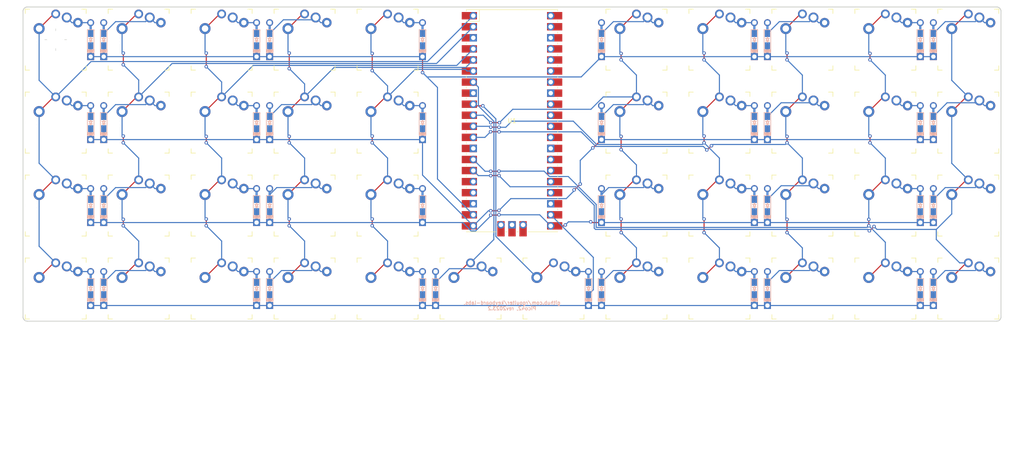
<source format=kicad_pcb>
(kicad_pcb (version 20241229) (generator "pcbnew") (generator_version "9.0")
  (title_block (title "Pico42") (date "2023-10-05") (rev "2023.2") (company "Richard Goulter (rgoulter)") (comment 3 "Project: https://github.com/rgoulter/keyboard-labs") (comment 4 "Simple Through-Hole board using RPi Pico") (comment 5 "Compatible with PyKey40."))
  (layers (0 "F.Cu" signal "Front") (2 "B.Cu" signal "Back") (13 "F.Paste" user) (15 "B.Paste" user) (5 "F.SilkS" user "F.Silkscreen") (7 "B.SilkS" user "B.Silkscreen") (1 "F.Mask" user) (3 "B.Mask" user) (25 "Edge.Cuts" user))
  (net 0 "")
  (net 1 "/ROW1")
  (net 2 "/ROW2")
  (net 3 "/ROW3")
  (net 4 "/ROW4")
  (net 5 "Net-(D_4_7-A)")
  (net 6 "Net-(D_1_1-A)")
  (net 7 "Net-(D_1_2-A)")
  (net 8 "Net-(D_1_3-A)")
  (net 9 "Net-(D_1_4-A)")
  (net 10 "Net-(D_1_5-A)")
  (net 11 "Net-(D_1_8-A)")
  (net 12 "Net-(D_1_9-A)")
  (net 13 "Net-(D_1_10-A)")
  (net 14 "Net-(D_1_11-A)")
  (net 15 "Net-(D_1_12-A)")
  (net 16 "Net-(D_2_1-A)")
  (net 17 "Net-(D_2_2-A)")
  (net 18 "Net-(D_2_3-A)")
  (net 19 "Net-(D_2_4-A)")
  (net 20 "Net-(D_2_5-A)")
  (net 21 "Net-(D_2_8-A)")
  (net 22 "Net-(D_2_9-A)")
  (net 23 "Net-(D_2_10-A)")
  (net 24 "Net-(D_2_11-A)")
  (net 25 "Net-(D_2_12-A)")
  (net 26 "Net-(D_3_1-A)")
  (net 27 "Net-(D_3_2-A)")
  (net 28 "Net-(D_3_3-A)")
  (net 29 "Net-(D_3_4-A)")
  (net 30 "Net-(D_3_5-A)")
  (net 31 "Net-(D_3_8-A)")
  (net 32 "Net-(D_3_9-A)")
  (net 33 "Net-(D_3_10-A)")
  (net 34 "Net-(D_3_11-A)")
  (net 35 "Net-(D_3_12-A)")
  (net 36 "Net-(D_4_1-A)")
  (net 37 "Net-(D_4_2-A)")
  (net 38 "Net-(D_4_3-A)")
  (net 39 "Net-(D_4_4-A)")
  (net 40 "Net-(D_4_5-A)")
  (net 41 "Net-(D_4_6-A)")
  (net 42 "Net-(D_4_8-A)")
  (net 43 "Net-(D_4_9-A)")
  (net 44 "Net-(D_4_10-A)")
  (net 45 "Net-(D_4_11-A)")
  (net 46 "Net-(D_4_12-A)")
  (net 47 "/COL1")
  (net 48 "/COL2")
  (net 49 "/COL3")
  (net 50 "/COL4")
  (net 51 "/COL5")
  (net 52 "/COL8")
  (net 53 "/COL9")
  (net 54 "/COL10")
  (net 55 "/COL11")
  (net 56 "/COL12")
  (net 57 "/COL6")
  (net 58 "/COL7")
  (footprint "ProjectLocal:SW_MX_PG1350_substitutable" (layer "F.Cu") (at 57.5 57.5 180)
    (property "Reference" "SW_1_1" (hide yes))
    (property "Value" "MX-compatible or Kailh Choc v1")
  )
  (footprint "ProjectLocal:SW_MX_PG1350_substitutable" (layer "F.Cu") (at 76.55 57.5 180)
    (property "Reference" "SW_1_2" (hide yes))
    (property "Value" "MX-compatible or Kailh Choc v1")
  )
  (footprint "ProjectLocal:SW_MX_PG1350_substitutable" (layer "F.Cu") (at 95.6 57.5 180)
    (property "Reference" "SW_1_3" (hide yes))
    (property "Value" "MX-compatible or Kailh Choc v1")
  )
  (footprint "ProjectLocal:SW_MX_PG1350_substitutable" (layer "F.Cu") (at 114.65 57.5 180)
    (property "Reference" "SW_1_4" (hide yes))
    (property "Value" "MX-compatible or Kailh Choc v1")
  )
  (footprint "ProjectLocal:SW_MX_PG1350_substitutable" (layer "F.Cu") (at 133.7 57.5 180)
    (property "Reference" "SW_1_5" (hide yes))
    (property "Value" "MX-compatible or Kailh Choc v1")
  )
  (footprint "ProjectLocal:SW_MX_PG1350_substitutable" (layer "F.Cu") (at 190.85 57.5 180)
    (property "Reference" "SW_1_8" (hide yes))
    (property "Value" "MX-compatible or Kailh Choc v1")
  )
  (footprint "ProjectLocal:SW_MX_PG1350_substitutable" (layer "F.Cu") (at 209.9 57.5 180)
    (property "Reference" "SW_1_9" (hide yes))
    (property "Value" "MX-compatible or Kailh Choc v1")
  )
  (footprint "ProjectLocal:SW_MX_PG1350_substitutable" (layer "F.Cu") (at 228.95 57.5 180)
    (property "Reference" "SW_1_10" (hide yes))
    (property "Value" "MX-compatible or Kailh Choc v1")
  )
  (footprint "ProjectLocal:SW_MX_PG1350_substitutable" (layer "F.Cu") (at 248 57.5 180)
    (property "Reference" "SW_1_11" (hide yes))
    (property "Value" "MX-compatible or Kailh Choc v1")
  )
  (footprint "ProjectLocal:SW_MX_PG1350_substitutable" (layer "F.Cu") (at 267.05 57.5 180)
    (property "Reference" "SW_1_12" (hide yes))
    (property "Value" "MX-compatible or Kailh Choc v1")
  )
  (footprint "ProjectLocal:SW_MX_PG1350_substitutable" (layer "F.Cu") (at 57.5 76.55 180)
    (property "Reference" "SW_2_1" (hide yes))
    (property "Value" "MX-compatible or Kailh Choc v1")
  )
  (footprint "ProjectLocal:SW_MX_PG1350_substitutable" (layer "F.Cu") (at 76.55 76.55 180)
    (property "Reference" "SW_2_2" (hide yes))
    (property "Value" "MX-compatible or Kailh Choc v1")
  )
  (footprint "ProjectLocal:SW_MX_PG1350_substitutable" (layer "F.Cu") (at 95.6 76.55 180)
    (property "Reference" "SW_2_3" (hide yes))
    (property "Value" "MX-compatible or Kailh Choc v1")
  )
  (footprint "ProjectLocal:SW_MX_PG1350_substitutable" (layer "F.Cu") (at 114.65 76.55 180)
    (property "Reference" "SW_2_4" (hide yes))
    (property "Value" "MX-compatible or Kailh Choc v1")
  )
  (footprint "ProjectLocal:SW_MX_PG1350_substitutable" (layer "F.Cu") (at 133.7 76.55 180)
    (property "Reference" "SW_2_5" (hide yes))
    (property "Value" "MX-compatible or Kailh Choc v1")
  )
  (footprint "ProjectLocal:SW_MX_PG1350_substitutable" (layer "F.Cu") (at 190.85 76.55 180)
    (property "Reference" "SW_2_8" (hide yes))
    (property "Value" "MX-compatible or Kailh Choc v1")
  )
  (footprint "ProjectLocal:SW_MX_PG1350_substitutable" (layer "F.Cu") (at 209.9 76.55 180)
    (property "Reference" "SW_2_9" (hide yes))
    (property "Value" "MX-compatible or Kailh Choc v1")
  )
  (footprint "ProjectLocal:SW_MX_PG1350_substitutable" (layer "F.Cu") (at 248 76.55 180)
    (property "Reference" "SW_2_11" (hide yes))
    (property "Value" "MX-compatible or Kailh Choc v1")
  )
  (footprint "ProjectLocal:SW_MX_PG1350_substitutable" (layer "F.Cu") (at 267.05 76.55 180)
    (property "Reference" "SW_2_12" (hide yes))
    (property "Value" "MX-compatible or Kailh Choc v1")
  )
  (footprint "ProjectLocal:SW_MX_PG1350_substitutable" (layer "F.Cu") (at 57.5 95.6 180)
    (property "Reference" "SW_3_1" (hide yes))
    (property "Value" "MX-compatible or Kailh Choc v1")
  )
  (footprint "ProjectLocal:SW_MX_PG1350_substitutable" (layer "F.Cu") (at 76.55 95.6 180)
    (property "Reference" "SW_3_2" (hide yes))
    (property "Value" "MX-compatible or Kailh Choc v1")
  )
  (footprint "ProjectLocal:SW_MX_PG1350_substitutable" (layer "F.Cu") (at 95.6 95.6 180)
    (property "Reference" "SW_3_3" (hide yes))
    (property "Value" "MX-compatible or Kailh Choc v1")
  )
  (footprint "ProjectLocal:SW_MX_PG1350_substitutable" (layer "F.Cu") (at 114.65 95.6 180)
    (property "Reference" "SW_3_4" (hide yes))
    (property "Value" "MX-compatible or Kailh Choc v1")
  )
  (footprint "ProjectLocal:SW_MX_PG1350_substitutable" (layer "F.Cu") (at 133.7 95.6 180)
    (property "Reference" "SW_3_5" (hide yes))
    (property "Value" "MX-compatible or Kailh Choc v1")
  )
  (footprint "ProjectLocal:SW_MX_PG1350_substitutable" (layer "F.Cu") (at 190.85 95.6 180)
    (property "Reference" "SW_3_8" (hide yes))
    (property "Value" "MX-compatible or Kailh Choc v1")
  )
  (footprint "ProjectLocal:SW_MX_PG1350_substitutable" (layer "F.Cu") (at 209.9 95.6 180)
    (property "Reference" "SW_3_9" (hide yes))
    (property "Value" "MX-compatible or Kailh Choc v1")
  )
  (footprint "ProjectLocal:SW_MX_PG1350_substitutable" (layer "F.Cu") (at 228.95 95.6 180)
    (property "Reference" "SW_3_10" (hide yes))
    (property "Value" "MX-compatible or Kailh Choc v1")
  )
  (footprint "ProjectLocal:SW_MX_PG1350_substitutable" (layer "F.Cu") (at 248 95.6 180)
    (property "Reference" "SW_3_11" (hide yes))
    (property "Value" "MX-compatible or Kailh Choc v1")
  )
  (footprint "ProjectLocal:SW_MX_PG1350_substitutable" (layer "F.Cu") (at 267.05 95.6 180)
    (property "Reference" "SW_3_12" (hide yes))
    (property "Value" "MX-compatible or Kailh Choc v1")
  )
  (footprint "ProjectLocal:SW_MX_PG1350_substitutable" (layer "F.Cu") (at 57.5 114.65 180)
    (property "Reference" "SW_4_1" (hide yes))
    (property "Value" "MX-compatible or Kailh Choc v1")
  )
  (footprint "ProjectLocal:SW_MX_PG1350_substitutable" (layer "F.Cu") (at 76.55 114.65 180)
    (property "Reference" "SW_4_2" (hide yes))
    (property "Value" "MX-compatible or Kailh Choc v1")
  )
  (footprint "ProjectLocal:SW_MX_PG1350_substitutable" (layer "F.Cu") (at 95.6 114.65 180)
    (property "Reference" "SW_4_3" (hide yes))
    (property "Value" "MX-compatible or Kailh Choc v1")
  )
  (footprint "ProjectLocal:SW_MX_PG1350_substitutable" (layer "F.Cu") (at 114.65 114.65 180)
    (property "Reference" "SW_4_4" (hide yes))
    (property "Value" "MX-compatible or Kailh Choc v1")
  )
  (footprint "ProjectLocal:SW_MX_PG1350_substitutable" (layer "F.Cu") (at 133.7 114.65 180)
    (property "Reference" "SW_4_5" (hide yes))
    (property "Value" "MX-compatible or Kailh Choc v1")
  )
  (footprint "ProjectLocal:SW_MX_PG1350_substitutable" (layer "F.Cu") (at 152.75 114.65 180)
    (property "Reference" "SW_4_6" (hide yes))
    (property "Value" "MX-compatible or Kailh Choc v1")
  )
  (footprint "ProjectLocal:SW_MX_PG1350_substitutable" (layer "F.Cu") (at 228.95 76.55 180)
    (property "Reference" "SW_2_10" (hide yes))
    (property "Value" "MX-compatible or Kailh Choc v1")
  )
  (footprint "MountingHole:MountingHole_2.2mm_M2_DIN965" (layer "F.Cu") (at 67.025 105.125)
    (property "Reference" "H2" (hide yes))
    (property "Value" "MountingHole")
  )
  (footprint "MountingHole:MountingHole_2.2mm_M2_DIN965" (layer "F.Cu") (at 257.525 105.125)
    (property "Reference" "H3" (hide yes))
    (property "Value" "MountingHole")
  )
  (footprint "MountingHole:MountingHole_2.2mm_M2_DIN965" (layer "F.Cu") (at 162.275 86.075)
    (property "Reference" "H5" (hide yes))
    (property "Value" "MountingHole")
  )
  (footprint "MountingHole:MountingHole_2.2mm_M2_DIN965" (layer "F.Cu") (at 257.525 67.025)
    (property "Reference" "H4" (hide yes))
    (property "Value" "MountingHole")
  )
  (footprint "MountingHole:MountingHole_2.2mm_M2_DIN965" (layer "F.Cu") (at 67.025 67.025)
    (property "Reference" "H1" (hide yes))
    (property "Value" "MountingHole")
  )
  (footprint "ProjectLocal:SW_MX_PG1350_substitutable" (layer "F.Cu") (at 248 114.65 180)
    (property "Reference" "SW_4_11" (hide yes))
    (property "Value" "MX-compatible or Kailh Choc v1")
  )
  (footprint "MountingHole:MountingHole_2.2mm_M2_DIN965" (layer "F.Cu") (at 178.325 53.5)
    (property "Reference" "H10" (hide yes))
    (property "Value" "MountingHole")
  )
  (footprint "ProjectLocal:SW_MX_PG1350_substitutable" (layer "F.Cu") (at 267.05 114.65 180)
    (property "Reference" "SW_4_12" (hide yes))
    (property "Value" "MX-compatible or Kailh Choc v1")
  )
  (footprint "MCU_RaspberryPi_and_Boards:RPi_Pico_SMD_TH" (layer "F.Cu") (at 162.275 76.13)
    (property "Reference" "U1")
    (property "Value" "Pico")
  )
  (footprint "MountingHole:MountingHole_2.2mm_M2_DIN965" (layer "F.Cu") (at 178.325 102.125)
    (property "Reference" "H9" (hide yes))
    (property "Value" "MountingHole")
  )
  (footprint "ProjectLocal:SW_MX_PG1350_substitutable" (layer "F.Cu") (at 171.8 114.65 180)
    (property "Reference" "SW_4_7" (hide yes))
    (property "Value" "MX-compatible or Kailh Choc v1")
  )
  (footprint "MountingHole:MountingHole_2.2mm_M2_DIN965" (layer "F.Cu") (at 146.225 102.125)
    (property "Reference" "H8" (hide yes))
    (property "Value" "MountingHole")
  )
  (footprint "MountingHole:MountingHole_2.2mm_M2_DIN965" (layer "F.Cu") (at 146.225 53.5)
    (property "Reference" "H7" (hide yes))
    (property "Value" "MountingHole")
  )
  (footprint "ProjectLocal:SW_MX_PG1350_substitutable" (layer "F.Cu") (at 228.95 114.65 180)
    (property "Reference" "SW_4_10" (hide yes))
    (property "Value" "MX-compatible or Kailh Choc v1")
  )
  (footprint "ProjectLocal:SW_MX_PG1350_substitutable" (layer "F.Cu") (at 190.85 114.65 180)
    (property "Reference" "SW_4_8" (hide yes))
    (property "Value" "MX-compatible or Kailh Choc v1")
  )
  (footprint "MountingHole:MountingHole_2.2mm_M2_DIN965" (layer "F.Cu") (at 148.225 86.075)
    (property "Reference" "H6" (hide yes))
    (property "Value" "MountingHole")
  )
  (footprint "ProjectLocal:SW_MX_PG1350_substitutable" (layer "F.Cu") (at 209.9 114.65 180)
    (property "Reference" "SW_4_9" (hide yes))
    (property "Value" "MX-compatible or Kailh Choc v1")
  )
  (footprint "ProjectLocal:Diode-dual" (layer "B.Cu") (at 259.025 114.65 -90)
    (property "Reference" "D_4_12" (hide yes))
    (property "Value" "1N4148" (hide yes))
  )
  (footprint "ProjectLocal:Diode-dual" (layer "B.Cu") (at 106.625 95.6 -90)
    (property "Reference" "D_3_4" (hide yes))
    (property "Value" "1N4148" (hide yes))
  )
  (footprint "ProjectLocal:Diode-dual" (layer "B.Cu") (at 179.825 114.65 -90)
    (property "Reference" "D_4_7" (hide yes))
    (property "Value" "1N4148" (hide yes))
  )
  (footprint "ProjectLocal:Diode-dual" (layer "B.Cu") (at 103.625 76.55 -90)
    (property "Reference" "D_2_3" (hide yes))
    (property "Value" "1N4148" (hide yes))
  )
  (footprint "ProjectLocal:Diode-dual" (layer "B.Cu") (at 141.725 95.6 -90)
    (property "Reference" "D_3_5" (hide yes))
    (property "Value" "1N4148" (hide yes))
  )
  (footprint "ProjectLocal:Diode-dual" (layer "B.Cu") (at 259.025 95.6 -90)
    (property "Reference" "D_3_12" (hide yes))
    (property "Value" "1N4148" (hide yes))
  )
  (footprint "ProjectLocal:Diode-dual" (layer "B.Cu") (at 68.525 57.5 -90)
    (property "Reference" "D_1_2" (hide yes))
    (property "Value" "1N4148" (hide yes))
  )
  (footprint "ProjectLocal:Diode-dual" (layer "B.Cu") (at 256.025 57.5 -90)
    (property "Reference" "D_1_11" (hide yes))
    (property "Value" "1N4148" (hide yes))
  )
  (footprint "ProjectLocal:Diode-dual" (layer "B.Cu") (at 182.825 57.5 -90)
    (property "Reference" "D_1_8" (hide yes))
    (property "Value" "1N4148" (hide yes))
  )
  (footprint "ProjectLocal:Diode-dual" (layer "B.Cu") (at 68.525 95.6 -90)
    (property "Reference" "D_3_2" (hide yes))
    (property "Value" "1N4148" (hide yes))
  )
  (footprint "ProjectLocal:Diode-dual" (layer "B.Cu") (at 220.925 76.55 -90)
    (property "Reference" "D_2_10" (hide yes))
    (property "Value" "1N4148" (hide yes))
  )
  (footprint "ProjectLocal:Diode-dual" (layer "B.Cu") (at 106.625 76.55 -90)
    (property "Reference" "D_2_4" (hide yes))
    (property "Value" "1N4148" (hide yes))
  )
  (footprint "ProjectLocal:Diode-dual" (layer "B.Cu") (at 65.525 95.6 -90)
    (property "Reference" "D_3_1" (hide yes))
    (property "Value" "1N4148" (hide yes))
  )
  (footprint "ProjectLocal:Diode-dual" (layer "B.Cu") (at 106.625 114.65 -90)
    (property "Reference" "D_4_4" (hide yes))
    (property "Value" "1N4148" (hide yes))
  )
  (footprint "ProjectLocal:Diode-dual" (layer "B.Cu") (at 141.725 114.65 -90)
    (property "Reference" "D_4_5" (hide yes))
    (property "Value" "1N4148" (hide yes))
  )
  (footprint "ProjectLocal:Diode-dual" (layer "B.Cu") (at 103.625 95.6 -90)
    (property "Reference" "D_3_3" (hide yes))
    (property "Value" "1N4148" (hide yes))
  )
  (footprint "ProjectLocal:Diode-dual" (layer "B.Cu") (at 256.025 95.6 -90)
    (property "Reference" "D_3_11" (hide yes))
    (property "Value" "1N4148" (hide yes))
  )
  (footprint "ProjectLocal:Diode-dual" (layer "B.Cu") (at 106.625 57.5 -90)
    (property "Reference" "D_1_4" (hide yes))
    (property "Value" "1N4148" (hide yes))
  )
  (footprint "ProjectLocal:Diode-dual" (layer "B.Cu") (at 141.725 76.55 -90)
    (property "Reference" "D_2_5" (hide yes))
    (property "Value" "1N4148" (hide yes))
  )
  (footprint "ProjectLocal:Diode-dual" (layer "B.Cu") (at 217.925 95.6 -90)
    (property "Reference" "D_3_9" (hide yes))
    (property "Value" "1N4148" (hide yes))
  )
  (footprint "ProjectLocal:Diode-dual" (layer "B.Cu") (at 217.925 76.55 -90)
    (property "Reference" "D_2_9" (hide yes))
    (property "Value" "1N4148" (hide yes))
  )
  (footprint "ProjectLocal:Diode-dual" (layer "B.Cu") (at 256.025 114.65 -90)
    (property "Reference" "D_4_11" (hide yes))
    (property "Value" "1N4148" (hide yes))
  )
  (footprint "ProjectLocal:Diode-dual" (layer "B.Cu") (at 220.925 95.6 -90)
    (property "Reference" "D_3_10" (hide yes))
    (property "Value" "1N4148" (hide yes))
  )
  (footprint "ProjectLocal:Diode-dual" (layer "B.Cu") (at 68.525 114.65 -90)
    (property "Reference" "D_4_2" (hide yes))
    (property "Value" "1N4148" (hide yes))
  )
  (footprint "ProjectLocal:Diode-dual" (layer "B.Cu") (at 103.625 57.5 -90)
    (property "Reference" "D_1_3" (hide yes))
    (property "Value" "1N4148" (hide yes))
  )
  (footprint "ProjectLocal:Diode-dual" (layer "B.Cu") (at 182.825 114.65 -90)
    (property "Reference" "D_4_8" (hide yes))
    (property "Value" "1N4148" (hide yes))
  )
  (footprint "ProjectLocal:Diode-dual" (layer "B.Cu") (at 65.525 114.65 -90)
    (property "Reference" "D_4_1" (hide yes))
    (property "Value" "1N4148" (hide yes))
  )
  (footprint "ProjectLocal:Diode-dual" (layer "B.Cu") (at 182.825 76.55 -90)
    (property "Reference" "D_2_8" (hide yes))
    (property "Value" "1N4148" (hide yes))
  )
  (footprint "ProjectLocal:Diode-dual" (layer "B.Cu") (at 259.025 76.55 -90)
    (property "Reference" "D_2_12" (hide yes))
    (property "Value" "1N4148" (hide yes))
  )
  (footprint "ProjectLocal:Diode-dual" (layer "B.Cu") (at 217.925 114.65 -90)
    (property "Reference" "D_4_9" (hide yes))
    (property "Value" "1N4148" (hide yes))
  )
  (footprint "ProjectLocal:Diode-dual" (layer "B.Cu") (at 220.925 57.5 -90)
    (property "Reference" "D_1_10" (hide yes))
    (property "Value" "1N4148" (hide yes))
  )
  (footprint "ProjectLocal:Diode-dual" (layer "B.Cu") (at 220.925 114.65 -90)
    (property "Reference" "D_4_10" (hide yes))
    (property "Value" "1N4148" (hide yes))
  )
  (footprint "ProjectLocal:Diode-dual" (layer "B.Cu") (at 141.725 57.5 -90)
    (property "Reference" "D_1_5" (hide yes))
    (property "Value" "1N4148" (hide yes))
  )
  (footprint "ProjectLocal:Diode-dual" (layer "B.Cu") (at 182.825 95.6 -90)
    (property "Reference" "D_3_8" (hide yes))
    (property "Value" "1N4148" (hide yes))
  )
  (footprint "ProjectLocal:Diode-dual" (layer "B.Cu") (at 65.525 57.5 -90)
    (property "Reference" "D_1_1" (hide yes))
    (property "Value" "1N4148" (hide yes))
  )
  (footprint "ProjectLocal:Diode-dual" (layer "B.Cu") (at 103.625 114.65 -90)
    (property "Reference" "D_4_3" (hide yes))
    (property "Value" "1N4148" (hide yes))
  )
  (footprint "ProjectLocal:Diode-dual" (layer "B.Cu") (at 65.525 76.55 -90)
    (property "Reference" "D_2_1" (hide yes))
    (property "Value" "1N4148" (hide yes))
  )
  (footprint "ProjectLocal:Diode-dual" (layer "B.Cu") (at 217.925 57.5 -90)
    (property "Reference" "D_1_9" (hide yes))
    (property "Value" "1N4148" (hide yes))
  )
  (footprint "ProjectLocal:Diode-dual" (layer "B.Cu") (at 259.025 57.5 -90)
    (property "Reference" "D_1_12" (hide yes))
    (property "Value" "1N4148" (hide yes))
  )
  (footprint "ProjectLocal:Diode-dual" (layer "B.Cu") (at 144.725 114.65 -90)
    (property "Reference" "D_4_6" (hide yes))
    (property "Value" "1N4148" (hide yes))
  )
  (footprint "ProjectLocal:Diode-dual" (layer "B.Cu") (at 256.025 76.55 -90)
    (property "Reference" "D_2_11" (hide yes))
    (property "Value" "1N4148" (hide yes))
  )
  (footprint "ProjectLocal:Diode-dual" (layer "B.Cu") (at 68.525 76.55 -90)
    (property "Reference" "D_2_2" (hide yes))
    (property "Value" "1N4148" (hide yes))
  )
  (gr_line (start 50.086441 121.5567) (end 50.133972 121.65) (stroke (width 0.2)) (layer "Edge.Cuts"))
  (gr_line (start 50 121.15) (end 50.005478 121.2545) (stroke (width 0.2)) (layer "Edge.Cuts"))
  (gr_line (start 273.957 50.086441) (end 273.859 50.048935) (stroke (width 0.2)) (layer "Edge.Cuts"))
  (gr_line (start 274.05 122.016) (end 274.138 121.959) (stroke (width 0.2)) (layer "Edge.Cuts"))
  (gr_line (start 274.416 50.5) (end 274.359 50.412201) (stroke (width 0.2)) (layer "Edge.Cuts"))
  (gr_line (start 50.330856 50.256851) (end 50.256851 50.330856) (stroke (width 0.2)) (layer "Edge.Cuts"))
  (gr_line (start 50.593262 50.086441) (end 50.5 50.133972) (stroke (width 0.2)) (layer "Edge.Cuts"))
  (gr_line (start 274.528 121.3579) (end 274.545 121.2545) (stroke (width 0.2)) (layer "Edge.Cuts"))
  (gr_line (start 50.086441 50.593262) (end 50.048935 50.690979) (stroke (width 0.2)) (layer "Edge.Cuts"))
  (gr_line (start 274.501 50.690979) (end 274.464 50.593262) (stroke (width 0.2)) (layer "Edge.Cuts"))
  (gr_line (start 274.545 121.2545) (end 274.55 121.15) (stroke (width 0.2)) (layer "Edge.Cuts"))
  (gr_line (start 50.690979 50.048935) (end 50.593262 50.086441) (stroke (width 0.2)) (layer "Edge.Cuts"))
  (gr_line (start 50.792084 122.1281) (end 50.895462 122.1445) (stroke (width 0.2)) (layer "Edge.Cuts"))
  (gr_line (start 50.412201 121.959) (end 50.5 122.016) (stroke (width 0.2)) (layer "Edge.Cuts"))
  (gr_line (start 274.05 50.133972) (end 273.957 50.086441) (stroke (width 0.2)) (layer "Edge.Cuts"))
  (gr_line (start 50.190979 50.412201) (end 50.133972 50.5) (stroke (width 0.2)) (layer "Edge.Cuts"))
  (gr_line (start 50.048935 121.459) (end 50.086441 121.5567) (stroke (width 0.2)) (layer "Edge.Cuts"))
  (gr_line (start 274.464 121.5567) (end 274.501 121.459) (stroke (width 0.2)) (layer "Edge.Cuts"))
  (gr_line (start 274.293 121.8191) (end 274.359 121.7378) (stroke (width 0.2)) (layer "Edge.Cuts"))
  (gr_line (start 50.005478 50.895462) (end 50 51) (stroke (width 0.2)) (layer "Edge.Cuts"))
  (gr_line (start 274.219 121.8931) (end 274.293 121.8191) (stroke (width 0.2)) (layer "Edge.Cuts"))
  (gr_line (start 50.895462 122.1445) (end 51 122.15) (stroke (width 0.2)) (layer "Edge.Cuts"))
  (gr_line (start 50.412201 50.190979) (end 50.330856 50.256851) (stroke (width 0.2)) (layer "Edge.Cuts"))
  (gr_line (start 50.5 50.133972) (end 50.412201 50.190979) (stroke (width 0.2)) (layer "Edge.Cuts"))
  (gr_line (start 50.256851 121.8191) (end 50.330856 121.8931) (stroke (width 0.2)) (layer "Edge.Cuts"))
  (gr_line (start 273.55 122.15) (end 273.655 122.1445) (stroke (width 0.2)) (layer "Edge.Cuts"))
  (gr_line (start 273.55 50) (end 51 50) (stroke (width 0.2)) (layer "Edge.Cuts"))
  (gr_line (start 274.219 50.256851) (end 274.138 50.190979) (stroke (width 0.2)) (layer "Edge.Cuts"))
  (gr_line (start 274.138 121.959) (end 274.219 121.8931) (stroke (width 0.2)) (layer "Edge.Cuts"))
  (gr_line (start 50.593262 122.0636) (end 50.690979 122.1011) (stroke (width 0.2)) (layer "Edge.Cuts"))
  (gr_line (start 274.501 121.459) (end 274.528 121.3579) (stroke (width 0.2)) (layer "Edge.Cuts"))
  (gr_line (start 50.021851 50.792084) (end 50.005478 50.895462) (stroke (width 0.2)) (layer "Edge.Cuts"))
  (gr_line (start 274.359 121.7378) (end 274.416 121.65) (stroke (width 0.2)) (layer "Edge.Cuts"))
  (gr_line (start 50.895462 50.005478) (end 50.792084 50.021851) (stroke (width 0.2)) (layer "Edge.Cuts"))
  (gr_line (start 274.293 50.330856) (end 274.219 50.256851) (stroke (width 0.2)) (layer "Edge.Cuts"))
  (gr_line (start 273.655 50.005478) (end 273.55 50) (stroke (width 0.2)) (layer "Edge.Cuts"))
  (gr_line (start 274.545 50.895462) (end 274.528 50.792084) (stroke (width 0.2)) (layer "Edge.Cuts"))
  (gr_line (start 274.416 121.65) (end 274.464 121.5567) (stroke (width 0.2)) (layer "Edge.Cuts"))
  (gr_line (start 51 50) (end 50.895462 50.005478) (stroke (width 0.2)) (layer "Edge.Cuts"))
  (gr_line (start 273.859 122.1011) (end 273.957 122.0636) (stroke (width 0.2)) (layer "Edge.Cuts"))
  (gr_line (start 273.758 50.021851) (end 273.655 50.005478) (stroke (width 0.2)) (layer "Edge.Cuts"))
  (gr_line (start 50.690979 122.1011) (end 50.792084 122.1281) (stroke (width 0.2)) (layer "Edge.Cuts"))
  (gr_line (start 274.55 121.15) (end 274.55 51) (stroke (width 0.2)) (layer "Edge.Cuts"))
  (gr_line (start 274.464 50.593262) (end 274.416 50.5) (stroke (width 0.2)) (layer "Edge.Cuts"))
  (gr_line (start 50.021851 121.3579) (end 50.048935 121.459) (stroke (width 0.2)) (layer "Edge.Cuts"))
  (gr_line (start 50.190979 121.7378) (end 50.256851 121.8191) (stroke (width 0.2)) (layer "Edge.Cuts"))
  (gr_line (start 51 122.15) (end 273.55 122.15) (stroke (width 0.2)) (layer "Edge.Cuts"))
  (gr_line (start 273.758 122.1281) (end 273.859 122.1011) (stroke (width 0.2)) (layer "Edge.Cuts"))
  (gr_line (start 50.133972 50.5) (end 50.086441 50.593262) (stroke (width 0.2)) (layer "Edge.Cuts"))
  (gr_line (start 50.005478 121.2545) (end 50.021851 121.3579) (stroke (width 0.2)) (layer "Edge.Cuts"))
  (gr_line (start 50.048935 50.690979) (end 50.021851 50.792084) (stroke (width 0.2)) (layer "Edge.Cuts"))
  (gr_line (start 273.859 50.048935) (end 273.758 50.021851) (stroke (width 0.2)) (layer "Edge.Cuts"))
  (gr_line (start 274.528 50.792084) (end 274.501 50.690979) (stroke (width 0.2)) (layer "Edge.Cuts"))
  (gr_line (start 274.55 51) (end 274.545 50.895462) (stroke (width 0.2)) (layer "Edge.Cuts"))
  (gr_line (start 273.655 122.1445) (end 273.758 122.1281) (stroke (width 0.2)) (layer "Edge.Cuts"))
  (gr_line (start 274.359 50.412201) (end 274.293 50.330856) (stroke (width 0.2)) (layer "Edge.Cuts"))
  (gr_line (start 50.5 122.016) (end 50.593262 122.0636) (stroke (width 0.2)) (layer "Edge.Cuts"))
  (gr_line (start 274.138 50.190979) (end 274.05 50.133972) (stroke (width 0.2)) (layer "Edge.Cuts"))
  (gr_line (start 50 51) (end 50 121.15) (stroke (width 0.2)) (layer "Edge.Cuts"))
  (gr_line (start 50.792084 50.021851) (end 50.690979 50.048935) (stroke (width 0.2)) (layer "Edge.Cuts"))
  (gr_line (start 50.330856 121.8931) (end 50.412201 121.959) (stroke (width 0.2)) (layer "Edge.Cuts"))
  (gr_line (start 50.133972 121.65) (end 50.190979 121.7378) (stroke (width 0.2)) (layer "Edge.Cuts"))
  (gr_line (start 273.957 122.0636) (end 274.05 122.016) (stroke (width 0.2)) (layer "Edge.Cuts"))
  (gr_line (start 50.256851 50.330856) (end 50.190979 50.412201) (stroke (width 0.2)) (layer "Edge.Cuts"))
  (gr_text "github.com/rgoulter/keyboard-labs,\n${TITLE}, rev${REVISION}" (at 162.275 118.5672 0) (layer "B.SilkS") (effects (font (size 0.8 0.8) (thickness 0.16)) (justify mirror)))
  (target plus (at 57.5 57.5) (size 5) (width 0.09906) (layer "Edge.Cuts"))
  (target plus (at 57.5 57.5) (size 5) (width 0.09906) (layer "Edge.Cuts"))
  (segment (start 141.725 65.0425) (end 141.732 65.0495) (width 0.25) (layer "F.Cu") (net 1))
  (segment (start 141.725 61.4) (end 141.725 65.0425) (width 0.25) (layer "F.Cu") (net 1))
  (via (at 141.732 65.0495) (size 0.8) (drill 0.4) (layers "F.Cu" "B.Cu") (net 1))
  (segment (start 103.625 61.4) (end 106.625 61.4) (width 0.25) (layer "B.Cu") (net 1))
  (segment (start 182.825 61.4) (end 217.925 61.4) (width 0.25) (layer "B.Cu") (net 1))
  (segment (start 145.161 68.4785) (end 145.161 89.496) (width 0.25) (layer "B.Cu") (net 1))
  (segment (start 217.925 61.4) (end 220.925 61.4) (width 0.25) (layer "B.Cu") (net 1))
  (segment (start 220.925 61.4) (end 256.025 61.4) (width 0.25) (layer "B.Cu") (net 1))
  (segment (start 106.625 61.4) (end 141.725 61.4) (width 0.25) (layer "B.Cu") (net 1))
  (segment (start 178.16 66.065) (end 182.825 61.4) (width 0.25) (layer "B.Cu") (net 1))
  (segment (start 65.525 61.4) (end 68.525 61.4) (width 0.25) (layer "B.Cu") (net 1))
  (segment (start 142.7475 66.065) (end 178.16 66.065) (width 0.25) (layer "B.Cu") (net 1))
  (segment (start 68.525 61.4) (end 103.625 61.4) (width 0.25) (layer "B.Cu") (net 1))
  (segment (start 141.732 65.0495) (end 142.7475 66.065) (width 0.25) (layer "B.Cu") (net 1))
  (segment (start 256.025 61.4) (end 259.025 61.4) (width 0.25) (layer "B.Cu") (net 1))
  (segment (start 145.161 89.496) (end 153.385 97.72) (width 0.25) (layer "B.Cu") (net 1))
  (segment (start 141.732 65.0495) (end 145.161 68.4785) (width 0.25) (layer "B.Cu") (net 1))
  (segment (start 180.816703 82.352697) (end 180.922303 82.352697) (width 0.25) (layer "F.Cu") (net 2))
  (segment (start 176.605498 91.9995) (end 177.948149 90.656849) (width 0.25) (layer "F.Cu") (net 2))
  (segment (start 176.529154 91.9995) (end 176.605498 91.9995) (width 0.25) (layer "F.Cu") (net 2))
  (segment (start 159.2083 96.790497) (end 159.2845 96.714297) (width 0.25) (layer "F.Cu") (net 2))
  (segment (start 157.3855 96.790497) (end 159.2083 96.790497) (width 0.25) (layer "F.Cu") (net 2))
  (segment (start 180.922303 82.352697) (end 182.825 80.45) (width 0.25) (layer "F.Cu") (net 2))
  (via (at 157.3855 96.790497) (size 0.8) (drill 0.4) (layers "F.Cu" "B.Cu") (net 2))
  (via (at 177.948149 90.656849) (size 0.8) (drill 0.4) (layers "F.Cu" "B.Cu") (net 2))
  (via (at 180.816703 82.352697) (size 0.8) (drill 0.4) (layers "F.Cu" "B.Cu") (net 2))
  (via (at 176.529154 91.9995) (size 0.8) (drill 0.4) (layers "F.Cu" "B.Cu") (net 2))
  (via (at 159.2845 96.714297) (size 0.8) (drill 0.4) (layers "F.Cu" "B.Cu") (net 2))
  (segment (start 103.625 80.45) (end 106.625 80.45) (width 0.25) (layer "B.Cu") (net 2))
  (segment (start 217.925 80.45) (end 182.825 80.45) (width 0.25) (layer "B.Cu") (net 2))
  (segment (start 153.385 100.26) (end 156.854503 96.790497) (width 0.25) (layer "B.Cu") (net 2))
  (segment (start 156.854503 96.790497) (end 157.3855 96.790497) (width 0.25) (layer "B.Cu") (net 2))
  (segment (start 177.948149 85.221251) (end 180.816703 82.352697) (width 0.25) (layer "B.Cu") (net 2))
  (segment (start 141.725 88.6) (end 153.385 100.26) (width 0.25) (layer "B.Cu") (net 2))
  (segment (start 174.727 94.005) (end 176.529154 92.202846) (width 0.25) (layer "B.Cu") (net 2))
  (segment (start 259.025 80.45) (end 256.025 80.45) (width 0.25) (layer "B.Cu") (net 2))
  (segment (start 177.948149 90.656849) (end 177.948149 85.221251) (width 0.25) (layer "B.Cu") (net 2))
  (segment (start 176.529154 92.202846) (end 176.529154 91.9995) (width 0.25) (layer "B.Cu") (net 2))
  (segment (start 256.025 80.45) (end 220.925 80.45) (width 0.25) (layer "B.Cu") (net 2))
  (segment (start 141.725 80.45) (end 141.725 88.6) (width 0.25) (layer "B.Cu") (net 2))
  (segment (start 161.993797 94.005) (end 174.727 94.005) (width 0.25) (layer "B.Cu") (net 2))
  (segment (start 159.2845 96.714297) (end 161.993797 94.005) (width 0.25) (layer "B.Cu") (net 2))
  (segment (start 65.525 80.45) (end 68.525 80.45) (width 0.25) (layer "B.Cu") (net 2))
  (segment (start 68.525 80.45) (end 103.625 80.45) (width 0.25) (layer "B.Cu") (net 2))
  (segment (start 106.625 80.45) (end 141.725 80.45) (width 0.25) (layer "B.Cu") (net 2))
  (segment (start 220.925 80.45) (end 217.925 80.45) (width 0.25) (layer "B.Cu") (net 2))
  (segment (start 182.825 99.5) (end 180.51 99.5) (width 0.25) (layer "F.Cu") (net 3))
  (segment (start 157.3855 97.79) (end 159.2083 97.79) (width 0.25) (layer "F.Cu") (net 3))
  (segment (start 174.314 100.26) (end 171.165 100.26) (width 0.25) (layer "F.Cu") (net 3))
  (segment (start 159.2083 97.79) (end 159.2845 97.7138) (width 0.25) (layer "F.Cu") (net 3))
  (segment (start 174.521799 100.052201) (end 174.314 100.26) (width 0.25) (layer "F.Cu") (net 3))
  (segment (start 180.51 99.5) (end 180.34 99.33) (width 0.25) (layer "F.Cu") (net 3))
  (via (at 174.521799 100.052201) (size 0.8) (drill 0.4) (layers "F.Cu" "B.Cu") (net 3))
  (via (at 180.34 99.33) (size 0.8) (drill 0.4) (layers "F.Cu" "B.Cu") (net 3))
  (via (at 159.2845 97.7138) (size 0.8) (drill 0.4) (layers "F.Cu" "B.Cu") (net 3))
  (via (at 157.3855 97.79) (size 0.8) (drill 0.4) (layers "F.Cu" "B.Cu") (net 3))
  (segment (start 259.025 99.5) (end 256.025 99.5) (width 0.25) (layer "B.Cu") (net 3))
  (segment (start 256.025 99.5) (end 220.925 99.5) (width 0.25) (layer "B.Cu") (net 3))
  (segment (start 106.625 99.5) (end 141.725 99.5) (width 0.25) (layer "B.Cu") (net 3))
  (segment (start 150.963299 99.5) (end 152.898299 101.435) (width 0.25) (layer "B.Cu") (net 3))
  (segment (start 152.898299 101.435) (end 153.9183 101.435) (width 0.25) (layer "B.Cu") (net 3))
  (segment (start 159.2845 97.7138) (end 168.6188 97.7138) (width 0.25) (layer "B.Cu") (net 3))
  (segment (start 157.3855 97.9678) (end 157.3855 97.79) (width 0.25) (layer "B.Cu") (net 3))
  (segment (start 153.9183 101.435) (end 157.3855 97.9678) (width 0.25) (layer "B.Cu") (net 3))
  (segment (start 103.625 99.5) (end 106.625 99.5) (width 0.25) (layer "B.Cu") (net 3))
  (segment (start 180.34 99.33) (end 175.244 99.33) (width 0.25) (layer "B.Cu") (net 3))
  (segment (start 168.6188 97.7138) (end 171.165 100.26) (width 0.25) (layer "B.Cu") (net 3))
  (segment (start 65.525 99.5) (end 68.525 99.5) (width 0.25) (layer "B.Cu") (net 3))
  (segment (start 141.725 99.5) (end 150.963299 99.5) (width 0.25) (layer "B.Cu") (net 3))
  (segment (start 68.525 99.5) (end 103.625 99.5) (width 0.25) (layer "B.Cu") (net 3))
  (segment (start 217.925 99.5) (end 182.825 99.5) (width 0.25) (layer "B.Cu") (net 3))
  (segment (start 175.244 99.33) (end 174.521799 100.052201) (width 0.25) (layer "B.Cu") (net 3))
  (segment (start 220.925 99.5) (end 217.925 99.5) (width 0.25) (layer "B.Cu") (net 3))
  (segment (start 217.925 118.55) (end 182.825 118.55) (width 0.25) (layer "B.Cu") (net 4))
  (segment (start 179.825 118.55) (end 144.725 118.55) (width 0.25) (layer "B.Cu") (net 4))
  (segment (start 68.525 118.55) (end 103.625 118.55) (width 0.25) (layer "B.Cu") (net 4))
  (segment (start 256.025 118.55) (end 220.925 118.55) (width 0.25) (layer "B.Cu") (net 4))
  (segment (start 171.165 97.72) (end 180.95 107.505) (width 0.25) (layer "B.Cu") (net 4))
  (segment (start 182.825 118.55) (end 179.825 118.55) (width 0.25) (layer "B.Cu") (net 4))
  (segment (start 180.95 107.505) (end 180.95 114.925) (width 0.25) (layer "B.Cu") (net 4))
  (segment (start 259.025 118.55) (end 256.025 118.55) (width 0.25) (layer "B.Cu") (net 4))
  (segment (start 65.525 118.55) (end 68.525 118.55) (width 0.25) (layer "B.Cu") (net 4))
  (segment (start 103.625 118.55) (end 106.625 118.55) (width 0.25) (layer "B.Cu") (net 4))
  (segment (start 220.925 118.55) (end 217.925 118.55) (width 0.25) (layer "B.Cu") (net 4))
  (segment (start 106.625 118.55) (end 141.725 118.55) (width 0.25) (layer "B.Cu") (net 4))
  (segment (start 141.725 118.55) (end 144.725 118.55) (width 0.25) (layer "B.Cu") (net 4))
  (segment (start 180.95 114.925) (end 179.825 116.05) (width 0.25) (layer "B.Cu") (net 4))
  (segment (start 174.34 109.57) (end 175.52 110.75) (width 0.25) (layer "B.Cu") (net 5))
  (segment (start 176.9 110.75) (end 179.825 110.75) (width 0.25) (layer "B.Cu") (net 5))
  (segment (start 175.52 110.75) (end 176.9 110.75) (width 0.25) (layer "B.Cu") (net 5))
  (segment (start 61.22 53.6) (end 62.6 53.6) (width 0.25) (layer "B.Cu") (net 6))
  (segment (start 60.04 52.42) (end 61.22 53.6) (width 0.25) (layer "B.Cu") (net 6))
  (segment (start 62.6 53.6) (end 65.525 53.6) (width 0.25) (layer "B.Cu") (net 6))
  (segment (start 78.145 53.365) (end 79.09 52.42) (width 0.25) (layer "B.Cu") (net 7))
  (segment (start 79.09 52.42) (end 80.27 53.6) (width 0.25) (layer "B.Cu") (net 7))
  (segment (start 68.525 56.1) (end 68.525 53.6) (width 0.25) (layer "B.Cu") (net 7))
  (segment (start 68.525 56.1) (end 71.26 53.365) (width 0.25) (layer "B.Cu") (net 7))
  (segment (start 80.27 53.6) (end 81.65 53.6) (width 0.25) (layer "B.Cu") (net 7))
  (segment (start 71.26 53.365) (end 78.145 53.365) (width 0.25) (layer "B.Cu") (net 7))
  (segment (start 99.32 53.6) (end 100.7 53.6) (width 0.25) (layer "B.Cu") (net 8))
  (segment (start 100.7 53.6) (end 103.625 53.6) (width 0.25) (layer "B.Cu") (net 8))
  (segment (start 98.14 52.42) (end 99.32 53.6) (width 0.25) (layer "B.Cu") (net 8))
  (segment (start 106.625 56.1) (end 109.784 52.941) (width 0.25) (layer "B.Cu") (net 9))
  (segment (start 118.37 53.6) (end 119.75 53.6) (width 0.25) (layer "B.Cu") (net 9))
  (segment (start 117.19 52.42) (end 118.37 53.6) (width 0.25) (layer "B.Cu") (net 9))
  (segment (start 109.784 52.941) (end 116.669 52.941) (width 0.25) (layer "B.Cu") (net 9))
  (segment (start 137.42 53.6) (end 138.8 53.6) (width 0.25) (layer "B.Cu") (net 10))
  (segment (start 138.8 53.6) (end 141.725 53.6) (width 0.25) (layer "B.Cu") (net 10))
  (segment (start 136.24 52.42) (end 137.42 53.6) (width 0.25) (layer "B.Cu") (net 10))
  (segment (start 182.825 53.6) (end 182.825 56.1) (width 0.25) (layer "B.Cu") (net 11))
  (segment (start 182.825 56.1) (end 185.56 53.365) (width 0.25) (layer "B.Cu") (net 11))
  (segment (start 193.39 52.42) (end 194.57 53.6) (width 0.25) (layer "B.Cu") (net 11))
  (segment (start 194.57 53.6) (end 195.95 53.6) (width 0.25) (layer "B.Cu") (net 11))
  (segment (start 192.445 53.365) (end 193.39 52.42) (width 0.25) (layer "B.Cu") (net 11))
  (segment (start 185.56 53.365) (end 192.445 53.365) (width 0.25) (layer "B.Cu") (net 11))
  (segment (start 215 53.6) (end 217.925 53.6) (width 0.25) (layer "B.Cu") (net 12))
  (segment (start 212.44 52.42) (end 213.62 53.6) (width 0.25) (layer "B.Cu") (net 12))
  (segment (start 213.62 53.6) (end 215 53.6) (width 0.25) (layer "B.Cu") (net 12))
  (segment (start 223.66 53.365) (end 230.545 53.365) (width 0.25) (layer "B.Cu") (net 13))
  (segment (start 230.545 53.365) (end 231.49 52.42) (width 0.25) (layer "B.Cu") (net 13))
  (segment (start 231.49 52.42) (end 232.67 53.6) (width 0.25) (layer "B.Cu") (net 13))
  (segment (start 220.925 56.1) (end 223.66 53.365) (width 0.25) (layer "B.Cu") (net 13))
  (segment (start 232.67 53.6) (end 234.05 53.6) (width 0.25) (layer "B.Cu") (net 13))
  (segment (start 251.72 53.6) (end 253.1 53.6) (width 0.25) (layer "B.Cu") (net 14))
  (segment (start 250.54 52.42) (end 251.72 53.6) (width 0.25) (layer "B.Cu") (net 14))
  (segment (start 253.1 53.6) (end 256.025 53.6) (width 0.25) (layer "B.Cu") (net 14))
  (segment (start 268.645 53.365) (end 269.59 52.42) (width 0.25) (layer "B.Cu") (net 15))
  (segment (start 261.76 53.365) (end 268.645 53.365) (width 0.25) (layer "B.Cu") (net 15))
  (segment (start 270.77 53.6) (end 272.15 53.6) (width 0.25) (layer "B.Cu") (net 15))
  (segment (start 259.025 56.1) (end 261.76 53.365) (width 0.25) (layer "B.Cu") (net 15))
  (segment (start 269.59 52.42) (end 270.77 53.6) (width 0.25) (layer "B.Cu") (net 15))
  (segment (start 62.6 72.65) (end 65.525 72.65) (width 0.25) (layer "B.Cu") (net 16))
  (segment (start 60.04 71.47) (end 61.22 72.65) (width 0.25) (layer "B.Cu") (net 16))
  (segment (start 61.22 72.65) (end 62.6 72.65) (width 0.25) (layer "B.Cu") (net 16))
  (segment (start 71.26 72.415) (end 78.145 72.415) (width 0.25) (layer "B.Cu") (net 17))
  (segment (start 79.09 71.47) (end 80.27 72.65) (width 0.25) (layer "B.Cu") (net 17))
  (segment (start 80.27 72.65) (end 81.65 72.65) (width 0.25) (layer "B.Cu") (net 17))
  (segment (start 78.145 72.415) (end 79.09 71.47) (width 0.25) (layer "B.Cu") (net 17))
  (segment (start 68.525 75.15) (end 71.26 72.415) (width 0.25) (layer "B.Cu") (net 17))
  (segment (start 100.7 72.65) (end 103.625 72.65) (width 0.25) (layer "B.Cu") (net 18))
  (segment (start 99.32 72.65) (end 100.7 72.65) (width 0.25) (layer "B.Cu") (net 18))
  (segment (start 98.14 71.47) (end 99.32 72.65) (width 0.25) (layer "B.Cu") (net 18))
  (segment (start 106.625 75.15) (end 109.36 72.415) (width 0.25) (layer "B.Cu") (net 19))
  (segment (start 118.37 72.65) (end 119.75 72.65) (width 0.25) (layer "B.Cu") (net 19))
  (segment (start 116.245 72.415) (end 117.19 71.47) (width 0.25) (layer "B.Cu") (net 19))
  (segment (start 109.36 72.415) (end 116.245 72.415) (width 0.25) (layer "B.Cu") (net 19))
  (segment (start 117.19 71.47) (end 118.37 72.65) (width 0.25) (layer "B.Cu") (net 19))
  (segment (start 137.42 72.65) (end 138.8 72.65) (width 0.25) (layer "B.Cu") (net 20))
  (segment (start 138.8 72.65) (end 141.725 72.65) (width 0.25) (layer "B.Cu") (net 20))
  (segment (start 136.24 71.47) (end 137.42 72.65) (width 0.25) (layer "B.Cu") (net 20))
  (segment (start 182.825 75.15) (end 185.56 72.415) (width 0.25) (layer "B.Cu") (net 21))
  (segment (start 185.56 72.415) (end 192.445 72.415) (width 0.25) (layer "B.Cu") (net 21))
  (segment (start 193.39 71.47) (end 194.57 72.65) (width 0.25) (layer "B.Cu") (net 21))
  (segment (start 192.445 72.415) (end 193.39 71.47) (width 0.25) (layer "B.Cu") (net 21))
  (segment (start 194.57 72.65) (end 195.95 72.65) (width 0.25) (layer "B.Cu") (net 21))
  (segment (start 212.44 71.47) (end 213.62 72.65) (width 0.25) (layer "B.Cu") (net 22))
  (segment (start 215 72.65) (end 217.925 72.65) (width 0.25) (layer "B.Cu") (net 22))
  (segment (start 213.62 72.65) (end 215 72.65) (width 0.25) (layer "B.Cu") (net 22))
  (segment (start 231.49 71.47) (end 232.67 72.65) (width 0.25) (layer "B.Cu") (net 23))
  (segment (start 220.925 75.15) (end 224.084 71.991) (width 0.25) (layer "B.Cu") (net 23))
  (segment (start 232.67 72.65) (end 234.05 72.65) (width 0.25) (layer "B.Cu") (net 23))
  (segment (start 224.084 71.991) (end 230.969 71.991) (width 0.25) (layer "B.Cu") (net 23))
  (segment (start 251.72 72.65) (end 253.1 72.65) (width 0.25) (layer "B.Cu") (net 24))
  (segment (start 250.54 71.47) (end 251.72 72.65) (width 0.25) (layer "B.Cu") (net 24))
  (segment (start 253.1 72.65) (end 256.025 72.65) (width 0.25) (layer "B.Cu") (net 24))
  (segment (start 262.184 71.991) (end 269.069 71.991) (width 0.25) (layer "B.Cu") (net 25))
  (segment (start 259.025 72.65) (end 259.025 75.15) (width 0.25) (layer "B.Cu") (net 25))
  (segment (start 270.77 72.65) (end 272.15 72.65) (width 0.25) (layer "B.Cu") (net 25))
  (segment (start 259.025 75.15) (end 262.184 71.991) (width 0.25) (layer "B.Cu") (net 25))
  (segment (start 269.59 71.47) (end 270.77 72.65) (width 0.25) (layer "B.Cu") (net 25))
  (segment (start 60.04 90.52) (end 61.22 91.7) (width 0.25) (layer "B.Cu") (net 26))
  (segment (start 62.6 91.7) (end 65.525 91.7) (width 0.25) (layer "B.Cu") (net 26))
  (segment (start 61.22 91.7) (end 62.6 91.7) (width 0.25) (layer "B.Cu") (net 26))
  (segment (start 79.09 90.52) (end 80.27 91.7) (width 0.25) (layer "B.Cu") (net 27))
  (segment (start 78.145 91.465) (end 79.09 90.52) (width 0.25) (layer "B.Cu") (net 27))
  (segment (start 71.26 91.465) (end 78.145 91.465) (width 0.25) (layer "B.Cu") (net 27))
  (segment (start 80.27 91.7) (end 81.65 91.7) (width 0.25) (layer "B.Cu") (net 27))
  (segment (start 68.525 94.2) (end 71.26 91.465) (width 0.25) (layer "B.Cu") (net 27))
  (segment (start 100.7 91.7) (end 103.625 91.7) (width 0.25) (layer "B.Cu") (net 28))
  (segment (start 99.32 91.7) (end 100.7 91.7) (width 0.25) (layer "B.Cu") (net 28))
  (segment (start 98.14 90.52) (end 99.32 91.7) (width 0.25) (layer "B.Cu") (net 28))
  (segment (start 116.245 91.465) (end 117.19 90.52) (width 0.25) (layer "B.Cu") (net 29))
  (segment (start 108.26 91.465) (end 116.245 91.465) (width 0.25) (layer "B.Cu") (net 29))
  (segment (start 117.19 90.52) (end 118.37 91.7) (width 0.25) (layer "B.Cu") (net 29))
  (segment (start 118.37 91.7) (end 119.75 91.7) (width 0.25) (layer "B.Cu") (net 29))
  (segment (start 106.625 93.1) (end 108.26 91.465) (width 0.25) (layer "B.Cu") (net 29))
  (segment (start 136.24 90.52) (end 137.42 91.7) (width 0.25) (layer "B.Cu") (net 30))
  (segment (start 138.8 91.7) (end 141.725 91.7) (width 0.25) (layer "B.Cu") (net 30))
  (segment (start 137.42 91.7) (end 138.8 91.7) (width 0.25) (layer "B.Cu") (net 30))
  (segment (start 192.445 91.465) (end 193.39 90.52) (width 0.25) (layer "B.Cu") (net 31))
  (segment (start 193.39 90.52) (end 194.57 91.7) (width 0.25) (layer "B.Cu") (net 31))
  (segment (start 194.57 91.7) (end 195.95 91.7) (width 0.25) (layer "B.Cu") (net 31))
  (segment (start 182.825 93.1) (end 184.46 91.465) (width 0.25) (layer "B.Cu") (net 31))
  (segment (start 184.46 91.465) (end 192.445 91.465) (width 0.25) (layer "B.Cu") (net 31))
  (segment (start 212.44 90.52) (end 213.62 91.7) (width 0.25) (layer "B.Cu") (net 32))
  (segment (start 215 91.7) (end 217.925 91.7) (width 0.25) (layer "B.Cu") (net 32))
  (segment (start 213.62 91.7) (end 215 91.7) (width 0.25) (layer "B.Cu") (net 32))
  (segment (start 220.925 94.2) (end 224.084 91.041) (width 0.25) (layer "B.Cu") (net 33))
  (segment (start 232.67 91.7) (end 234.05 91.7) (width 0.25) (layer "B.Cu") (net 33))
  (segment (start 231.49 90.52) (end 232.67 91.7) (width 0.25) (layer "B.Cu") (net 33))
  (segment (start 224.084 91.041) (end 230.969 91.041) (width 0.25) (layer "B.Cu") (net 33))
  (segment (start 251.72 91.7) (end 253.1 91.7) (width 0.25) (layer "B.Cu") (net 34))
  (segment (start 253.1 91.7) (end 256.025 91.7) (width 0.25) (layer "B.Cu") (net 34))
  (segment (start 250.54 90.52) (end 251.72 91.7) (width 0.25) (layer "B.Cu") (net 34))
  (segment (start 269.59 90.52) (end 270.77 91.7) (width 0.25) (layer "B.Cu") (net 35))
  (segment (start 259.025 94.2) (end 261.76 91.465) (width 0.25) (layer "B.Cu") (net 35))
  (segment (start 270.77 91.7) (end 272.15 91.7) (width 0.25) (layer "B.Cu") (net 35))
  (segment (start 261.76 91.465) (end 268.645 91.465) (width 0.25) (layer "B.Cu") (net 35))
  (segment (start 268.645 91.465) (end 269.59 90.52) (width 0.25) (layer "B.Cu") (net 35))
  (segment (start 60.04 109.57) (end 61.22 110.75) (width 0.25) (layer "B.Cu") (net 36))
  (segment (start 61.22 110.75) (end 62.6 110.75) (width 0.25) (layer "B.Cu") (net 36))
  (segment (start 62.6 110.75) (end 65.525 110.75) (width 0.25) (layer "B.Cu") (net 36))
  (segment (start 71.26 110.515) (end 78.145 110.515) (width 0.25) (layer "B.Cu") (net 37))
  (segment (start 68.525 113.25) (end 71.26 110.515) (width 0.25) (layer "B.Cu") (net 37))
  (segment (start 79.09 109.57) (end 80.27 110.75) (width 0.25) (layer "B.Cu") (net 37))
  (segment (start 78.145 110.515) (end 79.09 109.57) (width 0.25) (layer "B.Cu") (net 37))
  (segment (start 80.27 110.75) (end 81.65 110.75) (width 0.25) (layer "B.Cu") (net 37))
  (segment (start 99.32 110.75) (end 100.7 110.75) (width 0.25) (layer "B.Cu") (net 38))
  (segment (start 98.14 109.57) (end 99.32 110.75) (width 0.25) (layer "B.Cu") (net 38))
  (segment (start 100.7 110.75) (end 103.625 110.75) (width 0.25) (layer "B.Cu") (net 38))
  (segment (start 118.37 110.75) (end 119.75 110.75) (width 0.25) (layer "B.Cu") (net 39))
  (segment (start 117.19 109.57) (end 118.37 110.75) (width 0.25) (layer "B.Cu") (net 39))
  (segment (start 116.245 110.515) (end 117.19 109.57) (width 0.25) (layer "B.Cu") (net 39))
  (segment (start 106.625 113.25) (end 109.36 110.515) (width 0.25) (layer "B.Cu") (net 39))
  (segment (start 109.36 110.515) (end 116.245 110.515) (width 0.25) (layer "B.Cu") (net 39))
  (segment (start 138.8 110.75) (end 141.725 110.75) (width 0.25) (layer "B.Cu") (net 40))
  (segment (start 136.24 109.57) (end 137.42 110.75) (width 0.25) (layer "B.Cu") (net 40))
  (segment (start 137.42 110.75) (end 138.8 110.75) (width 0.25) (layer "B.Cu") (net 40))
  (segment (start 155.29 109.57) (end 156.47 110.75) (width 0.25) (layer "B.Cu") (net 41))
  (segment (start 147.884 110.091) (end 154.769 110.091) (width 0.25) (layer "B.Cu") (net 41))
  (segment (start 144.725 113.25) (end 147.884 110.091) (width 0.25) (layer "B.Cu") (net 41))
  (segment (start 156.47 110.75) (end 157.85 110.75) (width 0.25) (layer "B.Cu") (net 41))
  (segment (start 185.56 110.515) (end 192.445 110.515) (width 0.25) (layer "B.Cu") (net 42))
  (segment (start 193.39 109.57) (end 194.57 110.75) (width 0.25) (layer "B.Cu") (net 42))
  (segment (start 192.445 110.515) (end 193.39 109.57) (width 0.25) (layer "B.Cu") (net 42))
  (segment (start 194.57 110.75) (end 195.95 110.75) (width 0.25) (layer "B.Cu") (net 42))
  (segment (start 182.825 113.25) (end 185.56 110.515) (width 0.25) (layer "B.Cu") (net 42))
  (segment (start 213.62 110.75) (end 215 110.75) (width 0.25) (layer "B.Cu") (net 43))
  (segment (start 212.44 109.57) (end 213.62 110.75) (width 0.25) (layer "B.Cu") (net 43))
  (segment (start 215 110.75) (end 217.925 110.75) (width 0.25) (layer "B.Cu") (net 43))
  (segment (start 223.66 110.515) (end 230.545 110.515) (width 0.25) (layer "B.Cu") (net 44))
  (segment (start 232.67 110.75) (end 234.05 110.75) (width 0.25) (layer "B.Cu") (net 44))
  (segment (start 220.925 113.25) (end 223.66 110.515) (width 0.25) (layer "B.Cu") (net 44))
  (segment (start 230.545 110.515) (end 231.49 109.57) (width 0.25) (layer "B.Cu") (net 44))
  (segment (start 231.49 109.57) (end 232.67 110.75) (width 0.25) (layer "B.Cu") (net 44))
  (segment (start 250.54 109.57) (end 251.72 110.75) (width 0.25) (layer "B.Cu") (net 45))
  (segment (start 253.1 110.75) (end 256.025 110.75) (width 0.25) (layer "B.Cu") (net 45))
  (segment (start 251.72 110.75) (end 253.1 110.75) (width 0.25) (layer "B.Cu") (net 45))
  (segment (start 261.76 110.515) (end 268.645 110.515) (width 0.25) (layer "B.Cu") (net 46))
  (segment (start 269.59 109.57) (end 270.77 110.75) (width 0.25) (layer "B.Cu") (net 46))
  (segment (start 259.025 113.25) (end 261.76 110.515) (width 0.25) (layer "B.Cu") (net 46))
  (segment (start 268.645 110.515) (end 269.59 109.57) (width 0.25) (layer "B.Cu") (net 46))
  (segment (start 270.77 110.75) (end 272.15 110.75) (width 0.25) (layer "B.Cu") (net 46))
  (segment (start 53.69 93.06) (end 57.05 89.7) (width 0.25) (layer "F.Cu") (net 47))
  (segment (start 53.69 74.01) (end 57.05 70.65) (width 0.25) (layer "F.Cu") (net 47))
  (segment (start 53.69 54.96) (end 57.05 51.6) (width 0.25) (layer "F.Cu") (net 47))
  (segment (start 53.69 112.11) (end 57.05 108.75) (width 0.25) (layer "F.Cu") (net 47))
  (segment (start 57.5 70.65) (end 65.625 62.525) (width 0.25) (layer "B.Cu") (net 47))
  (segment (start 53.69 54.96) (end 53.69 66.84) (width 0.25) (layer "B.Cu") (net 47))
  (segment (start 53.69 85.89) (end 57.5 89.7) (width 0.25) (layer "B.Cu") (net 47))
  (segment (start 53.69 74.01) (end 53.69 85.89) (width 0.25) (layer "B.Cu") (net 47))
  (segment (start 142.86 62.525) (end 153.385 52) (width 0.25) (layer "B.Cu") (net 47))
  (segment (start 53.69 104.94) (end 57.5 108.75) (width 0.25) (layer "B.Cu") (net 47))
  (segment (start 53.69 93.06) (end 53.69 104.94) (width 0.25) (layer "B.Cu") (net 47))
  (segment (start 65.625 62.525) (end 142.86 62.525) (width 0.25) (layer "B.Cu") (net 47))
  (segment (start 53.69 66.84) (end 57.5 70.65) (width 0.25) (layer "B.Cu") (net 47))
  (segment (start 72.74 112.11) (end 76.1 108.75) (width 0.25) (layer "F.Cu") (net 48))
  (segment (start 72.74 74.01) (end 76.1 70.65) (width 0.25) (layer "F.Cu") (net 48))
  (segment (start 73.025 98.7755) (end 73.025 100.2245) (width 0.25) (layer "F.Cu") (net 48))
  (segment (start 72.74 54.96) (end 76.1 51.6) (width 0.25) (layer "F.Cu") (net 48))
  (segment (start 72.74 93.06) (end 76.1 89.7) (width 0.25) (layer "F.Cu") (net 48))
  (segment (start 73.025 60.595) (end 73.025 63.2495) (width 0.25) (layer "F.Cu") (net 48))
  (segment (start 73.025 79.645) (end 73.025 81.1745) (width 0.25) (layer "F.Cu") (net 48))
  (via (at 73.025 100.2245) (size 0.8) (drill 0.4) (layers "F.Cu" "B.Cu") (net 48))
  (via (at 73.025 98.7755) (size 0.8) (drill 0.4) (layers "F.Cu" "B.Cu") (net 48))
  (via (at 73.025 81.1745) (size 0.8) (drill 0.4) (layers "F.Cu" "B.Cu") (net 48))
  (via (at 73.025 60.595) (size 0.8) (drill 0.4) (layers "F.Cu" "B.Cu") (net 48))
  (via (at 73.025 63.2495) (size 0.8) (drill 0.4) (layers "F.Cu" "B.Cu") (net 48))
  (via (at 73.025 79.645) (size 0.8) (drill 0.4) (layers "F.Cu" "B.Cu") (net 48))
  (segment (start 76.55 70.65) (end 84.225 62.975) (width 0.25) (layer "B.Cu") (net 48))
  (segment (start 72.74 79.36) (end 73.025 79.645) (width 0.25) (layer "B.Cu") (net 48))
  (segment (start 84.225 62.975) (end 144.95 62.975) (width 0.25) (layer "B.Cu") (net 48))
  (segment (start 144.95 62.975) (end 153.385 54.54) (width 0.25) (layer "B.Cu") (net 48))
  (segment (start 76.55 84.6995) (end 76.55 89.7) (width 0.25) (layer "B.Cu") (net 48))
  (segment (start 73.025 100.2245) (end 76.55 103.7495) (width 0.25) (layer "B.Cu") (net 48))
  (segment (start 73.025 81.1745) (end 76.55 84.6995) (width 0.25) (layer "B.Cu") (net 48))
  (segment (start 72.74 98.4905) (end 73.025 98.7755) (width 0.25) (layer "B.Cu") (net 48))
  (segment (start 72.74 54.96) (end 72.74 60.31) (width 0.25) (layer "B.Cu") (net 48))
  (segment (start 72.74 60.31) (end 73.025 60.595) (width 0.25) (layer "B.Cu") (net 48))
  (segment (start 76.55 103.7495) (end 76.55 108.75) (width 0.25) (layer "B.Cu") (net 48))
  (segment (start 72.74 74.01) (end 72.74 79.36) (width 0.25) (layer "B.Cu") (net 48))
  (segment (start 73.025 63.2495) (end 76.55 66.7745) (width 0.25) (layer "B.Cu") (net 48))
  (segment (start 76.55 66.7745) (end 76.55 70.65) (width 0.25) (layer "B.Cu") (net 48))
  (segment (start 72.74 93.06) (end 72.74 98.4905) (width 0.25) (layer "B.Cu") (net 48))
  (segment (start 92.075 98.695) (end 92.075 100.2245) (width 0.25) (layer "F.Cu") (net 49))
  (segment (start 92.075 60.595) (end 92.075 63.6995) (width 0.25) (layer "F.Cu") (net 49))
  (segment (start 91.79 93.06) (end 95.15 89.7) (width 0.25) (layer "F.Cu") (net 49))
  (segment (start 91.79 74.01) (end 95.15 70.65) (width 0.25) (layer "F.Cu") (net 49))
  (segment (start 91.79 54.96) (end 95.15 51.6) (width 0.25) (layer "F.Cu") (net 49))
  (segment (start 91.79 112.11) (end 95.15 108.75) (width 0.25) (layer "F.Cu") (net 49))
  (segment (start 92.075 79.7255) (end 92.075 81.1745) (width 0.25) (layer "F.Cu") (net 49))
  (via (at 92.075 81.1745) (size 0.8) (drill 0.4) (layers "F.Cu" "B.Cu") (net 49))
  (via (at 92.075 100.2245) (size 0.8) (drill 0.4) (layers "F.Cu" "B.Cu") (net 49))
  (via (at 92.075 60.595) (size 0.8) (drill 0.4) (layers "F.Cu" "B.Cu") (net 49))
  (via (at 92.075 98.695) (size 0.8) (drill 0.4) (layers "F.Cu" "B.Cu") (net 49))
  (via (at 92.075 63.6995) (size 0.8) (drill 0.4) (layers "F.Cu" "B.Cu") (net 49))
  (via (at 92.075 79.7255) (size 0.8) (drill 0.4) (layers "F.Cu" "B.Cu") (net 49))
  (segment (start 91.79 98.41) (end 92.075 98.695) (width 0.25) (layer "B.Cu") (net 49))
  (segment (start 149.58 63.425) (end 153.385 59.62) (width 0.25) (layer "B.Cu") (net 49))
  (segment (start 95.6 67.2245) (end 95.6 70.65) (width 0.25) (layer "B.Cu") (net 49))
  (segment (start 95.6 70.65) (end 102.825 63.425) (width 0.25) (layer "B.Cu") (net 49))
  (segment (start 91.79 93.06) (end 91.79 98.41) (width 0.25) (layer "B.Cu") (net 49))
  (segment (start 91.79 74.01) (end 91.79 79.4405) (width 0.25) (layer "B.Cu") (net 49))
  (segment (start 91.79 79.4405) (end 92.075 79.7255) (width 0.25) (layer "B.Cu") (net 49))
  (segment (start 91.79 54.96) (end 91.79 60.31) (width 0.25) (layer "B.Cu") (net 49))
  (segment (start 92.075 100.2245) (end 95.6 103.7495) (width 0.25) (layer "B.Cu") (net 49))
  (segment (start 102.825 63.425) (end 149.58 63.425) (width 0.25) (layer "B.Cu") (net 49))
  (segment (start 92.075 81.1745) (end 95.6 84.6995) (width 0.25) (layer "B.Cu") (net 49))
  (segment (start 95.6 103.7495) (end 95.6 108.75) (width 0.25) (layer "B.Cu") (net 49))
  (segment (start 92.075 63.6995) (end 95.6 67.2245) (width 0.25) (layer "B.Cu") (net 49))
  (segment (start 91.79 60.31) (end 92.075 60.595) (width 0.25) (layer "B.Cu") (net 49))
  (segment (start 95.6 84.6995) (end 95.6 89.7) (width 0.25) (layer "B.Cu") (net 49))
  (segment (start 110.84 112.11) (end 114.2 108.75) (width 0.25) (layer "F.Cu") (net 50))
  (segment (start 111.125 60.595) (end 111.125 64.1495) (width 0.25) (layer "F.Cu") (net 50))
  (segment (start 111.125 98.695) (end 111.125 100.2245) (width 0.25) (layer "F.Cu") (net 50))
  (segment (start 110.84 54.96) (end 114.2 51.6) (width 0.25) (layer "F.Cu") (net 50))
  (segment (start 110.84 93.06) (end 114.2 89.7) (width 0.25) (layer "F.Cu") (net 50))
  (segment (start 111.125 79.7255) (end 111.125 81.1745) (width 0.25) (layer "F.Cu") (net 50))
  (segment (start 110.84 74.01) (end 114.2 70.65) (width 0.25) (layer "F.Cu") (net 50))
  (via (at 111.125 60.595) (size 0.8) (drill 0.4) (layers "F.Cu" "B.Cu") (net 50))
  (via (at 111.125 81.1745) (size 0.8) (drill 0.4) (layers "F.Cu" "B.Cu") (net 50))
  (via (at 111.125 79.7255) (size 0.8) (drill 0.4) (layers "F.Cu" "B.Cu") (net 50))
  (via (at 111.125 64.1495) (size 0.8) (drill 0.4) (layers "F.Cu" "B.Cu") (net 50))
  (via (at 111.125 98.695) (size 0.8) (drill 0.4) (layers "F.Cu" "B.Cu") (net 50))
  (via (at 111.125 100.2245) (size 0.8) (drill 0.4) (layers "F.Cu" "B.Cu") (net 50))
  (segment (start 111.125 100.2245) (end 114.65 103.7495) (width 0.25) (layer "B.Cu") (net 50))
  (segment (start 110.84 54.96) (end 110.84 60.31) (width 0.25) (layer "B.Cu") (net 50))
  (segment (start 114.65 70.65) (end 121.425 63.875) (width 0.25) (layer "B.Cu") (net 50))
  (segment (start 114.65 67.6745) (end 114.65 70.65) (width 0.25) (layer "B.Cu") (net 50))
  (segment (start 151.67 63.875) (end 153.385 62.16) (width 0.25) (layer "B.Cu") (net 50))
  (segment (start 114.65 84.6995) (end 114.65 89.7) (width 0.25) (layer "B.Cu") (net 50))
  (segment (start 121.425 63.875) (end 151.67 63.875) (width 0.25) (layer "B.Cu") (net 50))
  (segment (start 110.84 74.01) (end 110.84 79.4405) (width 0.25) (layer "B.Cu") (net 50))
  (segment (start 114.65 103.7495) (end 114.65 108.75) (width 0.25) (layer "B.Cu") (net 50))
  (segment (start 111.125 64.1495) (end 114.65 67.6745) (width 0.25) (layer "B.Cu") (net 50))
  (segment (start 110.84 60.31) (end 111.125 60.595) (width 0.25) (layer "B.Cu") (net 50))
  (segment (start 111.125 81.1745) (end 114.65 84.6995) (width 0.25) (layer "B.Cu") (net 50))
  (segment (start 110.84 79.4405) (end 111.125 79.7255) (width 0.25) (layer "B.Cu") (net 50))
  (segment (start 110.84 98.41) (end 111.125 98.695) (width 0.25) (layer "B.Cu") (net 50))
  (segment (start 110.84 93.06) (end 110.84 98.41) (width 0.25) (layer "B.Cu") (net 50))
  (segment (start 129.89 112.11) (end 133.25 108.75) (width 0.25) (layer "F.Cu") (net 51))
  (segment (start 129.89 93.06) (end 133.25 89.7) (width 0.25) (layer "F.Cu") (net 51))
  (segment (start 130.175 60.6755) (end 130.175 64.5995) (width 0.25) (layer "F.Cu") (net 51))
  (segment (start 130.175 98.695) (end 130.175 100.2245) (width 0.25) (layer "F.Cu") (net 51))
  (segment (start 130.175 79.645) (end 130.175 81.1745) (width 0.25) (layer "F.Cu") (net 51))
  (segment (start 129.89 74.01) (end 133.25 70.65) (width 0.25) (layer "F.Cu") (net 51))
  (segment (start 129.89 54.96) (end 133.25 51.6) (width 0.25) (layer "F.Cu") (net 51))
  (via (at 130.175 98.695) (size 0.8) (drill 0.4) (layers "F.Cu" "B.Cu") (net 51))
  (via (at 130.175 79.645) (size 0.8) (drill 0.4) (layers "F.Cu" "B.Cu") (net 51))
  (via (at 130.175 64.5995) (size 0.8) (drill 0.4) (layers "F.Cu" "B.Cu") (net 51))
  (via (at 130.175 60.6755) (size 0.8) (drill 0.4) (layers "F.Cu" "B.Cu") (net 51))
  (via (at 130.175 81.1745) (size 0.8) (drill 0.4) (layers "F.Cu" "B.Cu") (net 51))
  (via (at 130.175 100.2245) (size 0.8) (drill 0.4) (layers "F.Cu" "B.Cu") (net 51))
  (segment (start 130.175 81.1745) (end 133.7 84.6995) (width 0.25) (layer "B.Cu") (net 51))
  (segment (start 129.89 98.41) (end 130.175 98.695) (width 0.25) (layer "B.Cu") (net 51))
  (segment (start 129.89 60.3905) (end 130.175 60.6755) (width 0.25) (layer "B.Cu") (net 51))
  (segment (start 130.175 100.2245) (end 133.7 103.7495) (width 0.25) (layer "B.Cu") (net 51))
  (segment (start 151.5618 64.325) (end 140.025 64.325) (width 0.25) (layer "B.Cu") (net 51))
  (segment (start 133.7 68.1245) (end 133.7 70.65) (width 0.25) (layer "B.Cu") (net 51))
  (segment (start 129.89 54.96) (end 129.89 60.3905) (width 0.25) (layer "B.Cu") (net 51))
  (segment (start 133.7 84.6995) (end 133.7 89.7) (width 0.25) (layer "B.Cu") (net 51))
  (segment (start 129.89 93.06) (end 129.89 98.41) (width 0.25) (layer "B.Cu") (net 51))
  (segment (start 153.385 64.7) (end 151.9368 64.7) (width 0.25) (layer "B.Cu") (net 51))
  (segment (start 129.89 79.36) (end 130.175 79.645) (width 0.25) (layer "B.Cu") (net 51))
  (segment (start 151.9368 64.7) (end 151.5618 64.325) (width 0.25) (layer "B.Cu") (net 51))
  (segment (start 130.175 64.5995) (end 133.7 68.1245) (width 0.25) (layer "B.Cu") (net 51))
  (segment (start 129.89 74.01) (end 129.89 79.36) (width 0.25) (layer "B.Cu") (net 51))
  (segment (start 140.025 64.325) (end 133.7 70.65) (width 0.25) (layer "B.Cu") (net 51))
  (segment (start 133.7 103.7495) (end 133.7 108.75) (width 0.25) (layer "B.Cu") (net 51))
  (segment (start 187.04 54.96) (end 190.4 51.6) (width 0.25) (layer "F.Cu") (net 52))
  (segment (start 187.04 112.11) (end 190.4 108.75) (width 0.25) (layer "F.Cu") (net 52))
  (segment (start 187.325 98.695) (end 187.325 101.7741) (width 0.25) (layer "F.Cu") (net 52))
  (segment (start 187.325 79.7255) (end 187.325 82.7495) (width 0.25) (layer "F.Cu") (net 52))
  (segment (start 157.382148 76.551852) (end 159.381252 76.551852) (width 0.25) (layer "F.Cu") (net 52))
  (segment (start 187.325 60.6755) (end 187.325 62.1245) (width 0.25) (layer "F.Cu") (net 52))
  (segment (start 187.04 93.06) (end 190.4 89.7) (width 0.25) (layer "F.Cu") (net 52))
  (segment (start 159.381252 76.551852) (end 159.385 76.5556) (width 0.25) (layer "F.Cu") (net 52))
  (segment (start 187.325 101.7741) (end 187.3504 101.7995) (width 0.25) (layer "F.Cu") (net 52))
  (segment (start 187.04 74.01) (end 190.4 70.65) (width 0.25) (layer "F.Cu") (net 52))
  (via (at 187.3504 101.7995) (size 0.8) (drill 0.4) (layers "F.Cu" "B.Cu") (net 52))
  (via (at 187.325 62.1245) (size 0.8) (drill 0.4) (layers "F.Cu" "B.Cu") (net 52))
  (via (at 157.382148 76.551852) (size 0.8) (drill 0.4) (layers "F.Cu" "B.Cu") (net 52))
  (via (at 187.325 98.695) (size 0.8) (drill 0.4) (layers "F.Cu" "B.Cu") (net 52))
  (via (at 187.325 82.7495) (size 0.8) (drill 0.4) (layers "F.Cu" "B.Cu") (net 52))
  (via (at 187.325 79.7255) (size 0.8) (drill 0.4) (layers "F.Cu" "B.Cu") (net 52))
  (via (at 159.385 76.5556) (size 0.8) (drill 0.4) (layers "F.Cu" "B.Cu") (net 52))
  (via (at 187.325 60.6755) (size 0.8) (drill 0.4) (layers "F.Cu" "B.Cu") (net 52))
  (segment (start 187.04 74.01) (end 187.04 79.4405) (width 0.25) (layer "B.Cu") (net 52))
  (segment (start 190.85 86.2745) (end 190.85 89.7) (width 0.25) (layer "B.Cu") (net 52))
  (segment (start 187.325 82.7495) (end 190.85 86.2745) (width 0.25) (layer "B.Cu") (net 52))
  (segment (start 153.385 74.86) (end 155.690296 74.86) (width 0.25) (layer "B.Cu") (net 52))
  (segment (start 187.04 60.3905) (end 187.325 60.6755) (width 0.25) (layer "B.Cu") (net 52))
  (segment (start 183.234009 70.65) (end 190.85 70.65) (width 0.25) (layer "B.Cu") (net 52))
  (segment (start 187.3504 101.7995) (end 190.85 105.2991) (width 0.25) (layer "B.Cu") (net 52))
  (segment (start 180.389009 73.495) (end 183.234009 70.65) (width 0.25) (layer "B.Cu") (net 52))
  (segment (start 187.325 62.1245) (end 190.85 65.6495) (width 0.25) (layer "B.Cu") (net 52))
  (segment (start 190.85 105.2991) (end 190.85 108.75) (width 0.25) (layer "B.Cu") (net 52))
  (segment (start 187.04 93.06) (end 187.04 98.41) (width 0.25) (layer "B.Cu") (net 52))
  (segment (start 187.04 54.96) (end 187.04 60.3905) (width 0.25) (layer "B.Cu") (net 52))
  (segment (start 155.690296 74.86) (end 157.382148 76.551852) (width 0.25) (layer "B.Cu") (net 52))
  (segment (start 187.04 98.41) (end 187.325 98.695) (width 0.25) (layer "B.Cu") (net 52))
  (segment (start 162.4456 73.495) (end 180.389009 73.495) (width 0.25) (layer "B.Cu") (net 52))
  (segment (start 187.04 79.4405) (end 187.325 79.7255) (width 0.25) (layer "B.Cu") (net 52))
  (segment (start 159.385 76.5556) (end 162.4456 73.495) (width 0.25) (layer "B.Cu") (net 52))
  (segment (start 190.85 65.6495) (end 190.85 70.65) (width 0.25) (layer "B.Cu") (net 52))
  (segment (start 206.09 74.01) (end 209.45 70.65) (width 0.25) (layer "F.Cu") (net 53))
  (segment (start 157.3855 77.597) (end 159.2591 77.597) (width 0.25) (layer "F.Cu") (net 53))
  (segment (start 159.2591 77.597) (end 159.2845 77.6224) (width 0.25) (layer "F.Cu") (net 53))
  (segment (start 206.09 112.11) (end 209.45 108.75) (width 0.25) (layer "F.Cu") (net 53))
  (segment (start 206.375 60.595) (end 206.375 62.1245) (width 0.25) (layer "F.Cu") (net 53))
  (segment (start 206.09 93.06) (end 209.45 89.7) (width 0.25) (layer "F.Cu") (net 53))
  (segment (start 206.09 54.96) (end 209.45 51.6) (width 0.25) (layer "F.Cu") (net 53))
  (segment (start 206.375 98.695) (end 206.375 101.7995) (width 0.25) (layer "F.Cu") (net 53))
  (segment (start 206.375 79.645) (end 206.375 81.1745) (width 0.25) (layer "F.Cu") (net 53))
  (via (at 206.375 81.1745) (size 0.8) (drill 0.4) (layers "F.Cu" "B.Cu") (net 53))
  (via (at 206.375 101.7995) (size 0.8) (drill 0.4) (layers "F.Cu" "B.Cu") (net 53))
  (via (at 206.375 98.695) (size 0.8) (drill 0.4) (layers "F.Cu" "B.Cu") (net 53))
  (via (at 206.375 60.595) (size 0.8) (drill 0.4) (layers "F.Cu" "B.Cu") (net 53))
  (via (at 206.375 79.645) (size 0.8) (drill 0.4) (layers "F.Cu" "B.Cu") (net 53))
  (via (at 206.375 62.1245) (size 0.8) (drill 0.4) (layers "F.Cu" "B.Cu") (net 53))
  (via (at 157.3855 77.597) (size 0.8) (drill 0.4) (layers "F.Cu" "B.Cu") (net 53))
  (via (at 159.2845 77.6224) (size 0.8) (drill 0.4) (layers "F.Cu" "B.Cu") (net 53))
  (segment (start 206.09 93.06) (end 206.09 98.41) (width 0.25) (layer "B.Cu") (net 53))
  (segment (start 160.8339 77.6224) (end 162.2313 76.225) (width 0.25) (layer "B.Cu") (net 53))
  (segment (start 176.35 76.225) (end 181.7 81.575) (width 0.25) (layer "B.Cu") (net 53))
  (segment (start 206.375 81.1745) (end 205.9745 81.575) (width 0.25) (layer "B.Cu") (net 53))
  (segment (start 206.09 98.41) (end 206.375 98.695) (width 0.25) (layer "B.Cu") (net 53))
  (segment (start 209.9 84.6995) (end 209.9 89.7) (width 0.25) (layer "B.Cu") (net 53))
  (segment (start 209.9 65.6495) (end 209.9 70.65) (width 0.25) (layer "B.Cu") (net 53))
  (segment (start 159.2845 77.6224) (end 160.8339 77.6224) (width 0.25) (layer "B.Cu") (net 53))
  (segment (start 206.09 54.96) (end 206.09 60.31) (width 0.25) (layer "B.Cu") (net 53))
  (segment (start 157.1885 77.4) (end 157.3855 77.597) (width 0.25) (layer "B.Cu") (net 53))
  (segment (start 206.09 79.36) (end 206.375 79.645) (width 0.25) (layer "B.Cu") (net 53))
  (segment (start 206.375 101.7995) (end 209.9 105.3245) (width 0.25) (layer "B.Cu") (net 53))
  (segment (start 153.385 77.4) (end 157.1885 77.4) (width 0.25) (layer "B.Cu") (net 53))
  (segment (start 205.9745 81.575) (end 181.7 81.575) (width 0.25) (layer "B.Cu") (net 53))
  (segment (start 206.375 81.1745) (end 209.9 84.6995) (width 0.25) (layer "B.Cu") (net 53))
  (segment (start 162.2313 76.225) (end 176.35 76.225) (width 0.25) (layer "B.Cu") (net 53))
  (segment (start 206.09 74.01) (end 206.09 79.36) (width 0.25) (layer "B.Cu") (net 53))
  (segment (start 206.375 62.1245) (end 209.9 65.6495) (width 0.25) (layer "B.Cu") (net 53))
  (segment (start 209.9 105.3245) (end 209.9 108.75) (width 0.25) (layer "B.Cu") (net 53))
  (segment (start 206.09 60.31) (end 206.375 60.595) (width 0.25) (layer "B.Cu") (net 53))
  (segment (start 225.425 60.595) (end 225.425 62.1245) (width 0.25) (layer "F.Cu") (net 54))
  (segment (start 225.14 93.06) (end 228.5 89.7) (width 0.25) (layer "F.Cu") (net 54))
  (segment (start 159.2834 78.6384) (end 159.3088 78.6638) (width 0.25) (layer "F.Cu") (net 54))
  (segment (start 206.994951 82.819049) (end 207.096551 82.819049) (width 0.25) (layer "F.Cu") (net 54))
  (segment (start 225.14 74.01) (end 228.5 70.65) (width 0.25) (layer "F.Cu") (net 54))
  (segment (start 157.353 78.6384) (end 159.2834 78.6384) (width 0.25) (layer "F.Cu") (net 54))
  (segment (start 225.14 112.11) (end 228.5 108.75) (width 0.25) (layer "F.Cu") (net 54))
  (segment (start 207.096551 82.819049) (end 208.070349 81.845251) (width 0.25) (layer "F.Cu") (net 54))
  (segment (start 225.425 98.7755) (end 225.425 101.7995) (width 0.25) (layer "F.Cu") (net 54))
  (segment (start 225.425 79.7255) (end 225.425 81.1745) (width 0.25) (layer "F.Cu") (net 54))
  (segment (start 225.14 54.96) (end 228.5 51.6) (width 0.25) (layer "F.Cu") (net 54))
  (via (at 206.994951 82.819049) (size 0.8) (drill 0.4) (layers "F.Cu" "B.Cu") (net 54))
  (via (at 225.425 101.7995) (size 0.8) (drill 0.4) (layers "F.Cu" "B.Cu") (net 54))
  (via (at 208.070349 81.845251) (size 0.8) (drill 0.4) (layers "F.Cu" "B.Cu") (net 54))
  (via (at 157.353 78.6384) (size 0.8) (drill 0.4) (layers "F.Cu" "B.Cu") (net 54))
  (via (at 159.3088 78.6638) (size 0.8) (drill 0.4) (layers "F.Cu" "B.Cu") (net 54))
  (via (at 225.425 79.7255) (size 0.8) (drill 0.4) (layers "F.Cu" "B.Cu") (net 54))
  (via (at 225.425 60.595) (size 0.8) (drill 0.4) (layers "F.Cu" "B.Cu") (net 54))
  (via (at 225.425 62.1245) (size 0.8) (drill 0.4) (layers "F.Cu" "B.Cu") (net 54))
  (via (at 225.425 81.1745) (size 0.8) (drill 0.4) (layers "F.Cu" "B.Cu") (net 54))
  (via (at 225.425 98.7755) (size 0.8) (drill 0.4) (layers "F.Cu" "B.Cu") (net 54))
  (segment (start 225.14 54.96) (end 225.14 60.31) (width 0.25) (layer "B.Cu") (net 54))
  (segment (start 225.14 98.4905) (end 225.425 98.7755) (width 0.25) (layer "B.Cu") (net 54))
  (segment (start 181.506802 82.018198) (end 181.513604 82.025) (width 0.25) (layer "B.Cu") (net 54))
  (segment (start 225.425 81.1745) (end 225.0245 81.575) (width 0.25) (layer "B.Cu") (net 54))
  (segment (start 228.95 65.6495) (end 228.95 70.65) (width 0.25) (layer "B.Cu") (net 54))
  (segment (start 228.95 105.3245) (end 228.95 108.75) (width 0.25) (layer "B.Cu") (net 54))
  (segment (start 208.3406 81.575) (end 208.070349 81.845251) (width 0.25) (layer "B.Cu") (net 54))
  (segment (start 225.14 74.01) (end 225.14 79.4405) (width 0.25) (layer "B.Cu") (net 54))
  (segment (start 225.425 81.1745) (end 228.95 84.6995) (width 0.25) (layer "B.Cu") (net 54))
  (segment (start 225.14 93.06) (end 225.14 98.4905) (width 0.25) (layer "B.Cu") (net 54))
  (segment (start 225.425 62.1245) (end 228.95 65.6495) (width 0.25) (layer "B.Cu") (net 54))
  (segment (start 225.14 60.31) (end 225.425 60.595) (width 0.25) (layer "B.Cu") (net 54))
  (segment (start 206.199011 82.025) (end 206.200902 82.025) (width 0.25) (layer "B.Cu") (net 54))
  (segment (start 178.509602 79.020998) (end 181.506802 82.018198) (width 0.25) (layer "B.Cu") (net 54))
  (segment (start 153.385 79.94) (end 156.0514 79.94) (width 0.25) (layer "B.Cu") (net 54))
  (segment (start 156.0514 79.94) (end 157.353 78.6384) (width 0.25) (layer "B.Cu") (net 54))
  (segment (start 225.0245 81.575) (end 208.3406 81.575) (width 0.25) (layer "B.Cu") (net 54))
  (segment (start 225.425 101.7995) (end 228.95 105.3245) (width 0.25) (layer "B.Cu") (net 54))
  (segment (start 181.513604 82.025) (end 206.199011 82.025) (width 0.25) (layer "B.Cu") (net 54))
  (segment (start 178.152404 78.6638) (end 178.509602 79.020998) (width 0.25) (layer "B.Cu") (net 54))
  (segment (start 159.3088 78.6638) (end 178.152404 78.6638) (width 0.25) (layer "B.Cu") (net 54))
  (segment (start 206.200902 82.025) (end 206.994951 82.819049) (width 0.25) (layer "B.Cu") (net 54))
  (segment (start 225.14 79.4405) (end 225.425 79.7255) (width 0.25) (layer "B.Cu") (net 54))
  (segment (start 178.253604 78.765) (end 178.509602 79.020998) (width 0.25) (layer "B.Cu") (net 54))
  (segment (start 228.95 84.6995) (end 228.95 89.7) (width 0.25) (layer "B.Cu") (net 54))
  (segment (start 157.3855 87.722697) (end 159.2591 87.722697) (width 0.25) (layer "F.Cu") (net 55))
  (segment (start 159.2591 87.722697) (end 159.2845 87.697297) (width 0.25) (layer "F.Cu") (net 55))
  (segment (start 244.475 79.645) (end 244.475 81.1745) (width 0.25) (layer "F.Cu") (net 55))
  (segment (start 244.19 74.01) (end 247.55 70.65) (width 0.25) (layer "F.Cu") (net 55))
  (segment (start 244.19 112.11) (end 247.55 108.75) (width 0.25) (layer "F.Cu") (net 55))
  (segment (start 244.1956 98.7755) (end 244.1956 100.2245) (width 0.25) (layer "F.Cu") (net 55))
  (segment (start 244.19 93.06) (end 247.55 89.7) (width 0.25) (layer "F.Cu") (net 55))
  (segment (start 244.475 60.6755) (end 244.475 62.1245) (width 0.25) (layer "F.Cu") (net 55))
  (segment (start 244.19 54.96) (end 247.55 51.6) (width 0.25) (layer "F.Cu") (net 55))
  (via (at 244.475 81.1745) (size 0.8) (drill 0.4) (layers "F.Cu" "B.Cu") (net 55))
  (via (at 244.475 62.1245) (size 0.8) (drill 0.4) (layers "F.Cu" "B.Cu") (net 55))
  (via (at 244.475 60.6755) (size 0.8) (drill 0.4) (layers "F.Cu" "B.Cu") (net 55))
  (via (at 244.475 79.645) (size 0.8) (drill 0.4) (layers "F.Cu" "B.Cu") (net 55))
  (via (at 244.1956 98.7755) (size 0.8) (drill 0.4) (layers "F.Cu" "B.Cu") (net 55))
  (via (at 244.1956 100.2245) (size 0.8) (drill 0.4) (layers "F.Cu" "B.Cu") (net 55))
  (via (at 159.2845 87.697297) (size 0.8) (drill 0.4) (layers "F.Cu" "B.Cu") (net 55))
  (via (at 157.3855 87.722697) (size 0.8) (drill 0.4) (layers "F.Cu" "B.Cu") (net 55))
  (segment (start 181.61 100.6) (end 181.635 100.625) (width 0.25) (layer "B.Cu") (net 55))
  (segment (start 156.087697 87.722697) (end 157.3855 87.722697) (width 0.25) (layer "B.Cu") (net 55))
  (segment (start 244.1956 100.2245) (end 248 104.0289) (width 0.25) (layer "B.Cu") (net 55))
  (segment (start 181.635 100.625) (end 243.7951 100.625) (width 0.25) (layer "B.Cu") (net 55))
  (segment (start 153.385 85.02) (end 156.087697 87.722697) (width 0.25) (layer "B.Cu") (net 55))
  (segment (start 244.19 93.06) (end 244.19 98.4905) (width 0.25) (layer "B.Cu") (net 55))
  (segment (start 244.475 62.1245) (end 248 65.6495) (width 0.25) (layer "B.Cu") (net 55))
  (segment (start 248 104.0289) (end 248 108.75) (width 0.25) (layer "B.Cu") (net 55))
  (segment (start 181.61 95.343299) (end 181.61 100.6) (width 0.25) (layer "B.Cu") (net 55))
  (segment (start 244.19 74.01) (end 244.19 79.36) (width 0.25) (layer "B.Cu") (net 55))
  (segment (start 243.7951 100.625) (end 244.1956 100.2245) (width 0.25) (layer "B.Cu") (net 55))
  (segment (start 169.640596 87.697297) (end 170.868299 88.925) (width 0.25) (layer "B.Cu") (net 55))
  (segment (start 244.19 79.36) (end 244.475 79.645) (width 0.25) (layer "B.Cu") (net 55))
  (segment (start 248 65.6495) (end 248 70.65) (width 0.25) (layer "B.Cu") (net 55))
  (segment (start 170.868299 88.925) (end 175.191701 88.925) (width 0.25) (layer "B.Cu") (net 55))
  (segment (start 244.19 60.3905) (end 244.475 60.6755) (width 0.25) (layer "B.Cu") (net 55))
  (segment (start 244.19 98.4905) (end 244.19 98.7699) (width 0.25) (layer "B.Cu") (net 55))
  (segment (start 244.19 54.96) (end 244.19 60.3905) (width 0.25) (layer "B.Cu") (net 55))
  (segment (start 244.475 81.1745) (end 248 84.6995) (width 0.25) (layer "B.Cu") (net 55))
  (segment (start 159.2845 87.697297) (end 169.640596 87.697297) (width 0.25) (layer "B.Cu") (net 55))
  (segment (start 175.191701 88.925) (end 181.61 95.343299) (width 0.25) (layer "B.Cu") (net 55))
  (segment (start 248 84.6995) (end 248 89.7) (width 0.25) (layer "B.Cu") (net 55))
  (segment (start 244.19 98.7699) (end 244.1956 98.7755) (width 0.25) (layer "B.Cu") (net 55))
  (segment (start 263.24 54.96) (end 266.6 51.6) (width 0.25) (layer "F.Cu") (net 56))
  (segment (start 157.4109 88.6968) (end 157.3855 88.7222) (width 0.25) (layer "F.Cu") (net 56))
  (segment (start 263.24 74.01) (end 266.6 70.65) (width 0.25) (layer "F.Cu") (net 56))
  (segment (start 244.421297 101.383657) (end 245.400326 100.404628) (width 0.25) (layer "F.Cu") (net 56))
  (segment (start 263.24 93.06) (end 266.6 89.7) (width 0.25) (layer "F.Cu") (net 56))
  (segment (start 244.330159 101.383657) (end 244.421297 101.383657) (width 0.25) (layer "F.Cu") (net 56))
  (segment (start 263.24 112.11) (end 266.6 108.75) (width 0.25) (layer "F.Cu") (net 56))
  (segment (start 159.2845 88.6968) (end 157.4109 88.6968) (width 0.25) (layer "F.Cu") (net 56))
  (via (at 157.3855 88.7222) (size 0.8) (drill 0.4) (layers "F.Cu" "B.Cu") (net 56))
  (via (at 245.400326 100.404628) (size 0.8) (drill 0.4) (layers "F.Cu" "B.Cu") (net 56))
  (via (at 244.330159 101.383657) (size 0.8) (drill 0.4) (layers "F.Cu" "B.Cu") (net 56))
  (via (at 159.2845 88.6968) (size 0.8) (drill 0.4) (layers "F.Cu" "B.Cu") (net 56))
  (segment (start 263.24 66.84) (end 267.05 70.65) (width 0.25) (layer "B.Cu") (net 56))
  (segment (start 159.2845 88.6968) (end 159.2845 88.7233) (width 0.25) (layer "B.Cu") (net 56))
  (segment (start 181.16 95.529695) (end 181.16 100.786396) (width 0.25) (layer "B.Cu") (net 56))
  (segment (start 181.448604 101.075) (end 244.021502 101.075) (width 0.25) (layer "B.Cu") (net 56))
  (segment (start 263.24 54.96) (end 263.24 66.84) (width 0.25) (layer "B.Cu") (net 56))
  (segment (start 259.7 101.075) (end 259.7 103.3884) (width 0.25) (layer "B.Cu") (net 56))
  (segment (start 181.16 100.786396) (end 181.448604 101.075) (width 0.25) (layer "B.Cu") (net 56))
  (segment (start 263.24 85.89) (end 267.05 89.7) (width 0.25) (layer "B.Cu") (net 56))
  (segment (start 157.3855 88.7222) (end 154.5472 88.7222) (width 0.25) (layer "B.Cu") (net 56))
  (segment (start 263.24 74.01) (end 263.24 85.89) (width 0.25) (layer "B.Cu") (net 56))
  (segment (start 263.24 97.535) (end 263.24 93.06) (width 0.25) (layer "B.Cu") (net 56))
  (segment (start 245.400326 100.404628) (end 246.070698 101.075) (width 0.25) (layer "B.Cu") (net 56))
  (segment (start 259.7 101.075) (end 263.24 97.535) (width 0.25) (layer "B.Cu") (net 56))
  (segment (start 259.7 103.3884) (end 265.0616 108.75) (width 0.25) (layer "B.Cu") (net 56))
  (segment (start 244.021502 101.075) (end 244.330159 101.383657) (width 0.25) (layer "B.Cu") (net 56))
  (segment (start 176.905306 91.275) (end 181.16 95.529695) (width 0.25) (layer "B.Cu") (net 56))
  (segment (start 246.070698 101.075) (end 259.375 101.075) (width 0.25) (layer "B.Cu") (net 56))
  (segment (start 154.5472 88.7222) (end 153.385 87.56) (width 0.25) (layer "B.Cu") (net 56))
  (segment (start 265.0616 108.75) (end 267.05 108.75) (width 0.25) (layer "B.Cu") (net 56))
  (segment (start 159.2845 88.7233) (end 161.8362 91.275) (width 0.25) (layer "B.Cu") (net 56))
  (segment (start 161.8362 91.275) (end 176.905306 91.275) (width 0.25) (layer "B.Cu") (net 56))
  (segment (start 259.375 101.075) (end 259.7 101.075) (width 0.25) (layer "B.Cu") (net 56))
  (segment (start 148.94 112.11) (end 152.3 108.75) (width 0.25) (layer "F.Cu") (net 57))
  (segment (start 154.56 72.705105) (end 158.11 76.255104) (width 0.25) (layer "B.Cu") (net 57))
  (segment (start 154.56 68.415) (end 154.56 72.705105) (width 0.25) (layer "B.Cu") (net 57))
  (segment (start 158.0896 103.4104) (end 152.75 108.75) (width 0.25) (layer "B.Cu") (net 57))
  (segment (start 153.385 67.24) (end 154.56 68.415) (width 0.25) (layer "B.Cu") (net 57))
  (segment (start 158.11 102.2908) (end 158.0896 102.3112) (width 0.25) (layer "B.Cu") (net 57))
  (segment (start 158.11 76.255104) (end 158.11 102.2908) (width 0.25) (layer "B.Cu") (net 57))
  (segment (start 158.0896 102.3112) (end 158.0896 103.4104) (width 0.25) (layer "B.Cu") (net 57))
  (segment (start 167.99 112.11) (end 171.35 108.75) (width 0.25) (layer "F.Cu") (net 58))
  (segment (start 155.575 72.6948) (end 153.7598 72.6948) (width 0.25) (layer "F.Cu") (net 58))
  (via (at 155.575 72.6948) (size 0.8) (drill 0.4) (layers "F.Cu" "B.Cu") (net 58))
  (segment (start 158.56 75.6798) (end 155.575 72.6948) (width 0.25) (layer "B.Cu") (net 58))
  (segment (start 158.56 102.68) (end 158.56 75.6798) (width 0.25) (layer "B.Cu") (net 58))
  (segment (start 167.99 112.11) (end 158.56 102.68) (width 0.25) (layer "B.Cu") (net 58))
)
</source>
